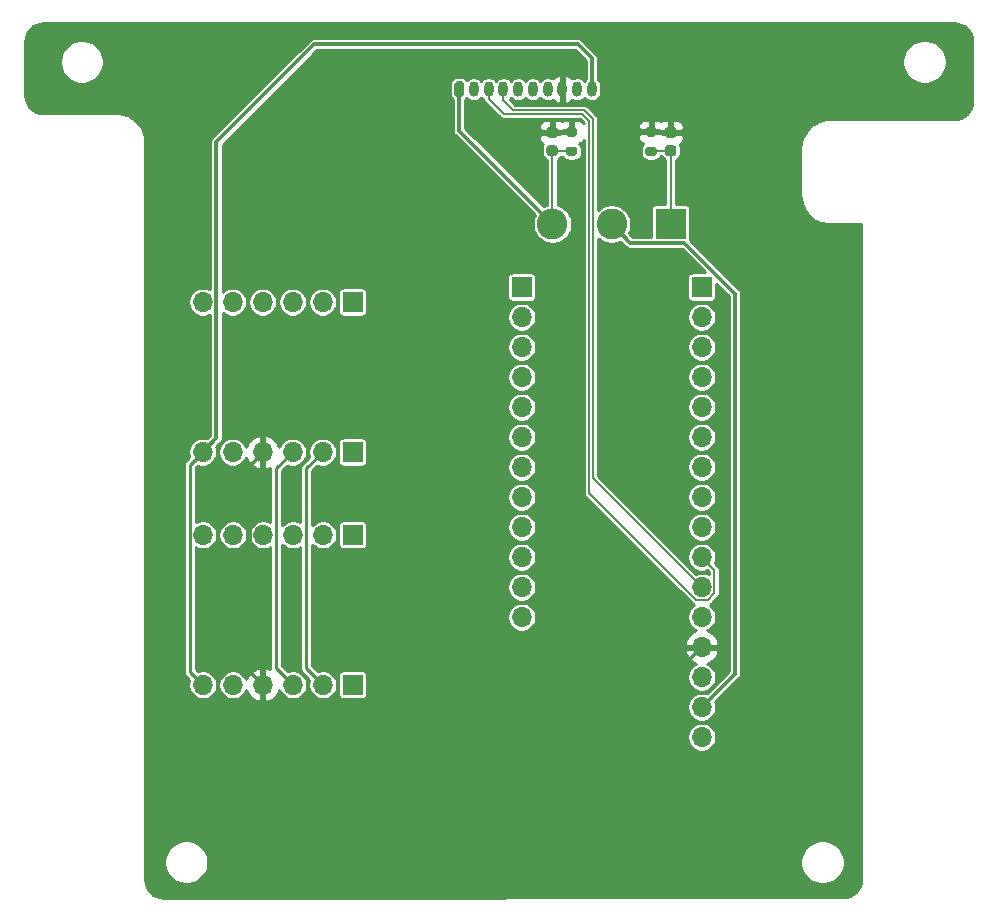
<source format=gbr>
%TF.GenerationSoftware,KiCad,Pcbnew,(5.1.10)-1*%
%TF.CreationDate,2023-09-20T19:37:08-05:00*%
%TF.ProjectId,brs_flight_computer,6272735f-666c-4696-9768-745f636f6d70,A*%
%TF.SameCoordinates,Original*%
%TF.FileFunction,Copper,L1,Top*%
%TF.FilePolarity,Positive*%
%FSLAX46Y46*%
G04 Gerber Fmt 4.6, Leading zero omitted, Abs format (unit mm)*
G04 Created by KiCad (PCBNEW (5.1.10)-1) date 2023-09-20 19:37:08*
%MOMM*%
%LPD*%
G01*
G04 APERTURE LIST*
%TA.AperFunction,ComponentPad*%
%ADD10C,2.600000*%
%TD*%
%TA.AperFunction,ComponentPad*%
%ADD11R,2.600000X2.600000*%
%TD*%
%TA.AperFunction,ComponentPad*%
%ADD12O,1.700000X1.700000*%
%TD*%
%TA.AperFunction,ComponentPad*%
%ADD13R,1.700000X1.700000*%
%TD*%
%TA.AperFunction,ComponentPad*%
%ADD14O,0.800000X1.300000*%
%TD*%
%TA.AperFunction,ViaPad*%
%ADD15C,0.508000*%
%TD*%
%TA.AperFunction,Conductor*%
%ADD16C,0.254000*%
%TD*%
%TA.AperFunction,Conductor*%
%ADD17C,0.304800*%
%TD*%
%TA.AperFunction,Conductor*%
%ADD18C,0.152400*%
%TD*%
%TA.AperFunction,Conductor*%
%ADD19C,0.100000*%
%TD*%
G04 APERTURE END LIST*
%TO.P,R2,2*%
%TO.N,GND*%
%TA.AperFunction,SMDPad,CuDef*%
G36*
G01*
X162835000Y-81236000D02*
X162285000Y-81236000D01*
G75*
G02*
X162085000Y-81036000I0J200000D01*
G01*
X162085000Y-80636000D01*
G75*
G02*
X162285000Y-80436000I200000J0D01*
G01*
X162835000Y-80436000D01*
G75*
G02*
X163035000Y-80636000I0J-200000D01*
G01*
X163035000Y-81036000D01*
G75*
G02*
X162835000Y-81236000I-200000J0D01*
G01*
G37*
%TD.AperFunction*%
%TO.P,R2,1*%
%TO.N,/NO_V*%
%TA.AperFunction,SMDPad,CuDef*%
G36*
G01*
X162835000Y-82886000D02*
X162285000Y-82886000D01*
G75*
G02*
X162085000Y-82686000I0J200000D01*
G01*
X162085000Y-82286000D01*
G75*
G02*
X162285000Y-82086000I200000J0D01*
G01*
X162835000Y-82086000D01*
G75*
G02*
X163035000Y-82286000I0J-200000D01*
G01*
X163035000Y-82686000D01*
G75*
G02*
X162835000Y-82886000I-200000J0D01*
G01*
G37*
%TD.AperFunction*%
%TD*%
%TO.P,R1,2*%
%TO.N,GND*%
%TA.AperFunction,SMDPad,CuDef*%
G36*
G01*
X156104000Y-81236000D02*
X155554000Y-81236000D01*
G75*
G02*
X155354000Y-81036000I0J200000D01*
G01*
X155354000Y-80636000D01*
G75*
G02*
X155554000Y-80436000I200000J0D01*
G01*
X156104000Y-80436000D01*
G75*
G02*
X156304000Y-80636000I0J-200000D01*
G01*
X156304000Y-81036000D01*
G75*
G02*
X156104000Y-81236000I-200000J0D01*
G01*
G37*
%TD.AperFunction*%
%TO.P,R1,1*%
%TO.N,/NC_V*%
%TA.AperFunction,SMDPad,CuDef*%
G36*
G01*
X156104000Y-82886000D02*
X155554000Y-82886000D01*
G75*
G02*
X155354000Y-82686000I0J200000D01*
G01*
X155354000Y-82286000D01*
G75*
G02*
X155554000Y-82086000I200000J0D01*
G01*
X156104000Y-82086000D01*
G75*
G02*
X156304000Y-82286000I0J-200000D01*
G01*
X156304000Y-82686000D01*
G75*
G02*
X156104000Y-82886000I-200000J0D01*
G01*
G37*
%TD.AperFunction*%
%TD*%
%TO.P,C2,2*%
%TO.N,GND*%
%TA.AperFunction,SMDPad,CuDef*%
G36*
G01*
X164461000Y-81336000D02*
X163961000Y-81336000D01*
G75*
G02*
X163736000Y-81111000I0J225000D01*
G01*
X163736000Y-80661000D01*
G75*
G02*
X163961000Y-80436000I225000J0D01*
G01*
X164461000Y-80436000D01*
G75*
G02*
X164686000Y-80661000I0J-225000D01*
G01*
X164686000Y-81111000D01*
G75*
G02*
X164461000Y-81336000I-225000J0D01*
G01*
G37*
%TD.AperFunction*%
%TO.P,C2,1*%
%TO.N,/NO_V*%
%TA.AperFunction,SMDPad,CuDef*%
G36*
G01*
X164461000Y-82886000D02*
X163961000Y-82886000D01*
G75*
G02*
X163736000Y-82661000I0J225000D01*
G01*
X163736000Y-82211000D01*
G75*
G02*
X163961000Y-81986000I225000J0D01*
G01*
X164461000Y-81986000D01*
G75*
G02*
X164686000Y-82211000I0J-225000D01*
G01*
X164686000Y-82661000D01*
G75*
G02*
X164461000Y-82886000I-225000J0D01*
G01*
G37*
%TD.AperFunction*%
%TD*%
%TO.P,C1,2*%
%TO.N,GND*%
%TA.AperFunction,SMDPad,CuDef*%
G36*
G01*
X154428000Y-81336000D02*
X153928000Y-81336000D01*
G75*
G02*
X153703000Y-81111000I0J225000D01*
G01*
X153703000Y-80661000D01*
G75*
G02*
X153928000Y-80436000I225000J0D01*
G01*
X154428000Y-80436000D01*
G75*
G02*
X154653000Y-80661000I0J-225000D01*
G01*
X154653000Y-81111000D01*
G75*
G02*
X154428000Y-81336000I-225000J0D01*
G01*
G37*
%TD.AperFunction*%
%TO.P,C1,1*%
%TO.N,/NC_V*%
%TA.AperFunction,SMDPad,CuDef*%
G36*
G01*
X154428000Y-82886000D02*
X153928000Y-82886000D01*
G75*
G02*
X153703000Y-82661000I0J225000D01*
G01*
X153703000Y-82211000D01*
G75*
G02*
X153928000Y-81986000I225000J0D01*
G01*
X154428000Y-81986000D01*
G75*
G02*
X154653000Y-82211000I0J-225000D01*
G01*
X154653000Y-82661000D01*
G75*
G02*
X154428000Y-82886000I-225000J0D01*
G01*
G37*
%TD.AperFunction*%
%TD*%
D10*
%TO.P,J5,3*%
%TO.N,/NC_V*%
X154211000Y-88646000D03*
%TO.P,J5,2*%
%TO.N,VPP*%
X159211000Y-88646000D03*
D11*
%TO.P,J5,1*%
%TO.N,/NO_V*%
X164211000Y-88646000D03*
%TD*%
D12*
%TO.P,J8,6*%
%TO.N,Net-(J8-Pad6)*%
X124612400Y-114960400D03*
%TO.P,J8,5*%
%TO.N,Net-(J8-Pad5)*%
X127152400Y-114960400D03*
%TO.P,J8,4*%
%TO.N,Net-(J8-Pad4)*%
X129692400Y-114960400D03*
%TO.P,J8,3*%
%TO.N,Net-(J8-Pad3)*%
X132232400Y-114960400D03*
%TO.P,J8,2*%
%TO.N,Net-(J8-Pad2)*%
X134772400Y-114960400D03*
D13*
%TO.P,J8,1*%
%TO.N,Net-(J8-Pad1)*%
X137312400Y-114960400D03*
%TD*%
D12*
%TO.P,J7,6*%
%TO.N,VDDF*%
X124612400Y-127660400D03*
%TO.P,J7,5*%
%TO.N,Net-(J7-Pad5)*%
X127152400Y-127660400D03*
%TO.P,J7,4*%
%TO.N,GND*%
X129692400Y-127660400D03*
%TO.P,J7,3*%
%TO.N,/SCL*%
X132232400Y-127660400D03*
%TO.P,J7,2*%
%TO.N,/SDA*%
X134772400Y-127660400D03*
D13*
%TO.P,J7,1*%
%TO.N,Net-(J7-Pad1)*%
X137312400Y-127660400D03*
%TD*%
D12*
%TO.P,J6,12*%
%TO.N,Net-(J6-Pad12)*%
X151609000Y-121920000D03*
%TO.P,J6,11*%
%TO.N,Net-(J6-Pad11)*%
X151609000Y-119380000D03*
%TO.P,J6,10*%
%TO.N,Net-(J6-Pad10)*%
X151609000Y-116840000D03*
%TO.P,J6,9*%
%TO.N,Net-(J6-Pad9)*%
X151609000Y-114300000D03*
%TO.P,J6,8*%
%TO.N,Net-(J6-Pad8)*%
X151609000Y-111760000D03*
%TO.P,J6,7*%
%TO.N,Net-(J6-Pad7)*%
X151609000Y-109220000D03*
%TO.P,J6,6*%
%TO.N,Net-(J6-Pad6)*%
X151609000Y-106680000D03*
%TO.P,J6,5*%
%TO.N,Net-(J6-Pad5)*%
X151609000Y-104140000D03*
%TO.P,J6,4*%
%TO.N,Net-(J6-Pad4)*%
X151609000Y-101600000D03*
%TO.P,J6,3*%
%TO.N,Net-(J6-Pad3)*%
X151609000Y-99060000D03*
%TO.P,J6,2*%
%TO.N,Net-(J6-Pad2)*%
X151609000Y-96520000D03*
D13*
%TO.P,J6,1*%
%TO.N,Net-(J6-Pad1)*%
X151609000Y-93980000D03*
%TD*%
D12*
%TO.P,J4,16*%
%TO.N,Net-(J4-Pad16)*%
X166849000Y-132080000D03*
%TO.P,J4,15*%
%TO.N,VPP*%
X166849000Y-129540000D03*
%TO.P,J4,14*%
%TO.N,Net-(J4-Pad14)*%
X166849000Y-127000000D03*
%TO.P,J4,13*%
%TO.N,GND*%
X166849000Y-124460000D03*
%TO.P,J4,12*%
%TO.N,Net-(J4-Pad12)*%
X166849000Y-121920000D03*
%TO.P,J4,11*%
%TO.N,/SET*%
X166849000Y-119380000D03*
%TO.P,J4,10*%
%TO.N,/UNSET*%
X166849000Y-116840000D03*
%TO.P,J4,9*%
%TO.N,Net-(J4-Pad9)*%
X166849000Y-114300000D03*
%TO.P,J4,8*%
%TO.N,Net-(J4-Pad8)*%
X166849000Y-111760000D03*
%TO.P,J4,7*%
%TO.N,Net-(J4-Pad7)*%
X166849000Y-109220000D03*
%TO.P,J4,6*%
%TO.N,Net-(J4-Pad6)*%
X166849000Y-106680000D03*
%TO.P,J4,5*%
%TO.N,Net-(J4-Pad5)*%
X166849000Y-104140000D03*
%TO.P,J4,4*%
%TO.N,Net-(J4-Pad4)*%
X166849000Y-101600000D03*
%TO.P,J4,3*%
%TO.N,Net-(J4-Pad3)*%
X166849000Y-99060000D03*
%TO.P,J4,2*%
%TO.N,Net-(J4-Pad2)*%
X166849000Y-96520000D03*
D13*
%TO.P,J4,1*%
%TO.N,Net-(J4-Pad1)*%
X166849000Y-93980000D03*
%TD*%
D14*
%TO.P,J3,10*%
%TO.N,VDDF*%
X157554000Y-77216000D03*
%TO.P,J3,9*%
%TO.N,VPP*%
X156304000Y-77216000D03*
%TO.P,J3,8*%
%TO.N,GND*%
X155054000Y-77216000D03*
%TO.P,J3,7*%
%TO.N,/SCL*%
X153804000Y-77216000D03*
%TO.P,J3,6*%
%TO.N,/SDA*%
X152554000Y-77216000D03*
%TO.P,J3,5*%
%TO.N,/MAG_INT*%
X151304000Y-77216000D03*
%TO.P,J3,4*%
%TO.N,/SET*%
X150054000Y-77216000D03*
%TO.P,J3,3*%
%TO.N,/UNSET*%
X148804000Y-77216000D03*
%TO.P,J3,2*%
%TO.N,/NO_V*%
X147554000Y-77216000D03*
%TO.P,J3,1*%
%TO.N,/NC_V*%
%TA.AperFunction,ComponentPad*%
G36*
G01*
X145904000Y-77666000D02*
X145904000Y-76766000D01*
G75*
G02*
X146104000Y-76566000I200000J0D01*
G01*
X146504000Y-76566000D01*
G75*
G02*
X146704000Y-76766000I0J-200000D01*
G01*
X146704000Y-77666000D01*
G75*
G02*
X146504000Y-77866000I-200000J0D01*
G01*
X146104000Y-77866000D01*
G75*
G02*
X145904000Y-77666000I0J200000D01*
G01*
G37*
%TD.AperFunction*%
%TD*%
D12*
%TO.P,J2,6*%
%TO.N,Net-(J2-Pad6)*%
X124587000Y-95250000D03*
%TO.P,J2,5*%
%TO.N,Net-(J2-Pad5)*%
X127127000Y-95250000D03*
%TO.P,J2,4*%
%TO.N,Net-(J2-Pad4)*%
X129667000Y-95250000D03*
%TO.P,J2,3*%
%TO.N,Net-(J2-Pad3)*%
X132207000Y-95250000D03*
%TO.P,J2,2*%
%TO.N,Net-(J2-Pad2)*%
X134747000Y-95250000D03*
D13*
%TO.P,J2,1*%
%TO.N,Net-(J2-Pad1)*%
X137287000Y-95250000D03*
%TD*%
D12*
%TO.P,J1,6*%
%TO.N,VDDF*%
X124587000Y-107950000D03*
%TO.P,J1,5*%
%TO.N,Net-(J1-Pad5)*%
X127127000Y-107950000D03*
%TO.P,J1,4*%
%TO.N,GND*%
X129667000Y-107950000D03*
%TO.P,J1,3*%
%TO.N,/SCL*%
X132207000Y-107950000D03*
%TO.P,J1,2*%
%TO.N,/SDA*%
X134747000Y-107950000D03*
D13*
%TO.P,J1,1*%
%TO.N,/MAG_INT*%
X137287000Y-107950000D03*
%TD*%
D15*
%TO.N,GND*%
X149352000Y-80518000D03*
%TD*%
D16*
%TO.N,GND*%
X128562999Y-126530999D02*
X129692400Y-127660400D01*
X128562999Y-109054001D02*
X128562999Y-126530999D01*
X129667000Y-107950000D02*
X128562999Y-109054001D01*
D17*
X129692400Y-127660400D02*
X129692400Y-130073400D01*
X129692400Y-130073400D02*
X131318000Y-131699000D01*
X159610000Y-131699000D02*
X166849000Y-124460000D01*
X131318000Y-131699000D02*
X159610000Y-131699000D01*
D16*
%TO.N,VDDF*%
X123482999Y-126530999D02*
X124612400Y-127660400D01*
X123482999Y-109054001D02*
X123482999Y-126530999D01*
X124587000Y-107950000D02*
X123482999Y-109054001D01*
D17*
X157554000Y-77216000D02*
X157554000Y-74623000D01*
X157554000Y-74623000D02*
X156337000Y-73406000D01*
X156337000Y-73406000D02*
X134048500Y-73406000D01*
X125741801Y-81712699D02*
X125741801Y-106795199D01*
X125741801Y-106795199D02*
X124587000Y-107950000D01*
X134048500Y-73406000D02*
X125741801Y-81712699D01*
%TO.N,VPP*%
X169672000Y-94554358D02*
X165368443Y-90250801D01*
X166849000Y-129540000D02*
X169672000Y-126717000D01*
X165368443Y-90250801D02*
X160815801Y-90250801D01*
X169672000Y-126717000D02*
X169672000Y-94554358D01*
X160815801Y-90250801D02*
X159211000Y-88646000D01*
D16*
%TO.N,/SCL*%
X130821801Y-126249801D02*
X132232400Y-127660400D01*
X130821801Y-109335199D02*
X130821801Y-126249801D01*
X132207000Y-107950000D02*
X130821801Y-109335199D01*
%TO.N,/SDA*%
X133361801Y-126249801D02*
X134772400Y-127660400D01*
X133361801Y-109335199D02*
X133361801Y-126249801D01*
X134747000Y-107950000D02*
X133361801Y-109335199D01*
D17*
%TO.N,/NC_V*%
X146304000Y-80739000D02*
X154211000Y-88646000D01*
X146304000Y-77216000D02*
X146304000Y-80739000D01*
D18*
X154228000Y-82486000D02*
X154178000Y-82436000D01*
X155829000Y-82486000D02*
X154228000Y-82486000D01*
X154211000Y-82469000D02*
X154178000Y-82436000D01*
X154211000Y-88646000D02*
X154211000Y-82469000D01*
%TO.N,/NO_V*%
X162610000Y-82436000D02*
X162560000Y-82486000D01*
X164211000Y-82436000D02*
X162610000Y-82436000D01*
X164211000Y-82436000D02*
X164211000Y-88646000D01*
%TO.N,/UNSET*%
X148804000Y-78018400D02*
X150084410Y-79298810D01*
X148804000Y-77216000D02*
X148804000Y-78018400D01*
X150084410Y-79298810D02*
X156718744Y-79298810D01*
X156718744Y-79298810D02*
X157302190Y-79882256D01*
X167927601Y-117918601D02*
X166849000Y-116840000D01*
X167366729Y-120458601D02*
X167927601Y-119897729D01*
X166331271Y-120458601D02*
X167366729Y-120458601D01*
X157302190Y-111429520D02*
X166331271Y-120458601D01*
X167927601Y-119897729D02*
X167927601Y-117918601D01*
X157302190Y-79882256D02*
X157302190Y-111429520D01*
%TO.N,/SET*%
X150054000Y-77216000D02*
X150054000Y-78172000D01*
X150054000Y-78172000D02*
X150876000Y-78994000D01*
X150876000Y-78994000D02*
X156845000Y-78994000D01*
X156845000Y-78994000D02*
X157607000Y-79756000D01*
X157607000Y-110138000D02*
X166849000Y-119380000D01*
X157607000Y-79756000D02*
X157607000Y-110138000D01*
%TD*%
D16*
%TO.N,GND*%
X188508592Y-71682156D02*
X188791971Y-71767713D01*
X189053325Y-71906678D01*
X189282715Y-72093764D01*
X189471396Y-72321841D01*
X189612183Y-72582222D01*
X189699715Y-72864990D01*
X189733000Y-73181675D01*
X189733001Y-78208468D01*
X189701808Y-78526592D01*
X189616253Y-78809967D01*
X189477287Y-79071324D01*
X189290202Y-79300713D01*
X189062124Y-79489396D01*
X188801744Y-79630183D01*
X188518974Y-79717715D01*
X188202288Y-79751000D01*
X177661574Y-79751000D01*
X177640091Y-79753116D01*
X177627642Y-79753029D01*
X177620958Y-79753684D01*
X177232765Y-79794485D01*
X177190065Y-79803251D01*
X177147238Y-79811420D01*
X177140808Y-79813361D01*
X176767934Y-79928785D01*
X176727733Y-79945684D01*
X176687324Y-79962010D01*
X176681394Y-79965163D01*
X176338039Y-80150814D01*
X176301902Y-80175189D01*
X176265417Y-80199064D01*
X176260212Y-80203309D01*
X175959457Y-80452116D01*
X175928738Y-80483050D01*
X175897592Y-80513551D01*
X175893311Y-80518726D01*
X175646610Y-80821211D01*
X175622479Y-80857531D01*
X175597855Y-80893493D01*
X175594660Y-80899401D01*
X175411411Y-81244043D01*
X175394819Y-81284299D01*
X175377623Y-81324420D01*
X175375637Y-81330835D01*
X175262819Y-81704507D01*
X175254354Y-81747261D01*
X175245288Y-81789914D01*
X175244586Y-81796593D01*
X175206496Y-82185062D01*
X175204200Y-82208375D01*
X175204201Y-86216299D01*
X175205330Y-86227757D01*
X175213932Y-86407118D01*
X175218528Y-86438447D01*
X175221119Y-86470010D01*
X175222365Y-86476610D01*
X175297457Y-86859650D01*
X175309971Y-86901383D01*
X175321915Y-86943338D01*
X175324420Y-86949570D01*
X175472480Y-87310729D01*
X175492864Y-87349241D01*
X175512729Y-87388073D01*
X175516395Y-87393699D01*
X175731786Y-87719222D01*
X175759269Y-87753049D01*
X175786290Y-87787274D01*
X175790980Y-87792082D01*
X176065497Y-88069570D01*
X176099000Y-88097392D01*
X176132181Y-88125740D01*
X176137716Y-88129545D01*
X176460901Y-88348427D01*
X176499240Y-88369250D01*
X176537227Y-88390575D01*
X176543390Y-88393230D01*
X176543394Y-88393232D01*
X176543398Y-88393233D01*
X176902941Y-88545171D01*
X176944553Y-88558138D01*
X176985997Y-88571691D01*
X176992564Y-88573100D01*
X177353528Y-88647907D01*
X177378091Y-88655358D01*
X177448757Y-88662318D01*
X180367000Y-88662318D01*
X180367001Y-144077810D01*
X180335808Y-144395934D01*
X180250253Y-144679309D01*
X180111287Y-144940666D01*
X179924202Y-145170055D01*
X179696124Y-145358738D01*
X179435744Y-145499525D01*
X179152974Y-145587057D01*
X178836188Y-145620353D01*
X121271043Y-145670580D01*
X120953137Y-145639408D01*
X120669762Y-145553853D01*
X120408405Y-145414887D01*
X120179016Y-145227802D01*
X119990333Y-144999724D01*
X119849546Y-144739344D01*
X119762014Y-144456574D01*
X119728742Y-144140015D01*
X119730656Y-142486083D01*
X121347033Y-142486083D01*
X121347033Y-142853843D01*
X121418780Y-143214537D01*
X121559516Y-143554303D01*
X121763832Y-143860085D01*
X122023878Y-144120131D01*
X122329660Y-144324447D01*
X122669426Y-144465183D01*
X123030120Y-144536930D01*
X123397880Y-144536930D01*
X123758574Y-144465183D01*
X124098340Y-144324447D01*
X124404122Y-144120131D01*
X124664168Y-143860085D01*
X124868484Y-143554303D01*
X125009220Y-143214537D01*
X125080967Y-142853843D01*
X125080967Y-142486083D01*
X175207733Y-142486083D01*
X175207733Y-142853843D01*
X175279480Y-143214537D01*
X175420216Y-143554303D01*
X175624532Y-143860085D01*
X175884578Y-144120131D01*
X176190360Y-144324447D01*
X176530126Y-144465183D01*
X176890820Y-144536930D01*
X177258580Y-144536930D01*
X177619274Y-144465183D01*
X177959040Y-144324447D01*
X178264822Y-144120131D01*
X178524868Y-143860085D01*
X178729184Y-143554303D01*
X178869920Y-143214537D01*
X178941667Y-142853843D01*
X178941667Y-142486083D01*
X178869920Y-142125389D01*
X178729184Y-141785623D01*
X178524868Y-141479841D01*
X178264822Y-141219795D01*
X177959040Y-141015479D01*
X177619274Y-140874743D01*
X177258580Y-140802996D01*
X176890820Y-140802996D01*
X176530126Y-140874743D01*
X176190360Y-141015479D01*
X175884578Y-141219795D01*
X175624532Y-141479841D01*
X175420216Y-141785623D01*
X175279480Y-142125389D01*
X175207733Y-142486083D01*
X125080967Y-142486083D01*
X125009220Y-142125389D01*
X124868484Y-141785623D01*
X124664168Y-141479841D01*
X124404122Y-141219795D01*
X124098340Y-141015479D01*
X123758574Y-140874743D01*
X123397880Y-140802996D01*
X123030120Y-140802996D01*
X122669426Y-140874743D01*
X122329660Y-141015479D01*
X122023878Y-141219795D01*
X121763832Y-141479841D01*
X121559516Y-141785623D01*
X121418780Y-142125389D01*
X121347033Y-142486083D01*
X119730656Y-142486083D01*
X119733973Y-139621468D01*
X119734000Y-139621190D01*
X119734000Y-139597821D01*
X119734027Y-139574495D01*
X119734000Y-139574218D01*
X119734000Y-131958757D01*
X165618000Y-131958757D01*
X165618000Y-132201243D01*
X165665307Y-132439069D01*
X165758102Y-132663097D01*
X165892820Y-132864717D01*
X166064283Y-133036180D01*
X166265903Y-133170898D01*
X166489931Y-133263693D01*
X166727757Y-133311000D01*
X166970243Y-133311000D01*
X167208069Y-133263693D01*
X167432097Y-133170898D01*
X167633717Y-133036180D01*
X167805180Y-132864717D01*
X167939898Y-132663097D01*
X168032693Y-132439069D01*
X168080000Y-132201243D01*
X168080000Y-131958757D01*
X168032693Y-131720931D01*
X167939898Y-131496903D01*
X167805180Y-131295283D01*
X167633717Y-131123820D01*
X167432097Y-130989102D01*
X167208069Y-130896307D01*
X166970243Y-130849000D01*
X166727757Y-130849000D01*
X166489931Y-130896307D01*
X166265903Y-130989102D01*
X166064283Y-131123820D01*
X165892820Y-131295283D01*
X165758102Y-131496903D01*
X165665307Y-131720931D01*
X165618000Y-131958757D01*
X119734000Y-131958757D01*
X119734000Y-109054001D01*
X122972542Y-109054001D01*
X122974999Y-109078945D01*
X122975000Y-126506045D01*
X122972542Y-126530999D01*
X122982351Y-126630583D01*
X123011399Y-126726342D01*
X123058570Y-126814594D01*
X123106149Y-126872569D01*
X123122052Y-126891947D01*
X123141429Y-126907849D01*
X123459813Y-127226234D01*
X123428707Y-127301331D01*
X123381400Y-127539157D01*
X123381400Y-127781643D01*
X123428707Y-128019469D01*
X123521502Y-128243497D01*
X123656220Y-128445117D01*
X123827683Y-128616580D01*
X124029303Y-128751298D01*
X124253331Y-128844093D01*
X124491157Y-128891400D01*
X124733643Y-128891400D01*
X124971469Y-128844093D01*
X125195497Y-128751298D01*
X125397117Y-128616580D01*
X125568580Y-128445117D01*
X125703298Y-128243497D01*
X125796093Y-128019469D01*
X125843400Y-127781643D01*
X125843400Y-127539157D01*
X125921400Y-127539157D01*
X125921400Y-127781643D01*
X125968707Y-128019469D01*
X126061502Y-128243497D01*
X126196220Y-128445117D01*
X126367683Y-128616580D01*
X126569303Y-128751298D01*
X126793331Y-128844093D01*
X127031157Y-128891400D01*
X127273643Y-128891400D01*
X127511469Y-128844093D01*
X127735497Y-128751298D01*
X127937117Y-128616580D01*
X128108580Y-128445117D01*
X128243298Y-128243497D01*
X128290628Y-128129232D01*
X128348243Y-128291652D01*
X128497222Y-128541755D01*
X128692131Y-128757988D01*
X128925480Y-128932041D01*
X129188301Y-129057225D01*
X129335510Y-129101876D01*
X129565400Y-128980555D01*
X129565400Y-127787400D01*
X129545400Y-127787400D01*
X129545400Y-127533400D01*
X129565400Y-127533400D01*
X129565400Y-126340245D01*
X129335510Y-126218924D01*
X129188301Y-126263575D01*
X128925480Y-126388759D01*
X128692131Y-126562812D01*
X128497222Y-126779045D01*
X128348243Y-127029148D01*
X128290628Y-127191568D01*
X128243298Y-127077303D01*
X128108580Y-126875683D01*
X127937117Y-126704220D01*
X127735497Y-126569502D01*
X127511469Y-126476707D01*
X127273643Y-126429400D01*
X127031157Y-126429400D01*
X126793331Y-126476707D01*
X126569303Y-126569502D01*
X126367683Y-126704220D01*
X126196220Y-126875683D01*
X126061502Y-127077303D01*
X125968707Y-127301331D01*
X125921400Y-127539157D01*
X125843400Y-127539157D01*
X125796093Y-127301331D01*
X125703298Y-127077303D01*
X125568580Y-126875683D01*
X125397117Y-126704220D01*
X125195497Y-126569502D01*
X124971469Y-126476707D01*
X124733643Y-126429400D01*
X124491157Y-126429400D01*
X124253331Y-126476707D01*
X124178234Y-126507813D01*
X123990999Y-126320579D01*
X123990999Y-116025704D01*
X124029303Y-116051298D01*
X124253331Y-116144093D01*
X124491157Y-116191400D01*
X124733643Y-116191400D01*
X124971469Y-116144093D01*
X125195497Y-116051298D01*
X125397117Y-115916580D01*
X125568580Y-115745117D01*
X125703298Y-115543497D01*
X125796093Y-115319469D01*
X125843400Y-115081643D01*
X125843400Y-114839157D01*
X125921400Y-114839157D01*
X125921400Y-115081643D01*
X125968707Y-115319469D01*
X126061502Y-115543497D01*
X126196220Y-115745117D01*
X126367683Y-115916580D01*
X126569303Y-116051298D01*
X126793331Y-116144093D01*
X127031157Y-116191400D01*
X127273643Y-116191400D01*
X127511469Y-116144093D01*
X127735497Y-116051298D01*
X127937117Y-115916580D01*
X128108580Y-115745117D01*
X128243298Y-115543497D01*
X128336093Y-115319469D01*
X128383400Y-115081643D01*
X128383400Y-114839157D01*
X128461400Y-114839157D01*
X128461400Y-115081643D01*
X128508707Y-115319469D01*
X128601502Y-115543497D01*
X128736220Y-115745117D01*
X128907683Y-115916580D01*
X129109303Y-116051298D01*
X129333331Y-116144093D01*
X129571157Y-116191400D01*
X129813643Y-116191400D01*
X130051469Y-116144093D01*
X130275497Y-116051298D01*
X130313801Y-116025704D01*
X130313802Y-126224847D01*
X130311344Y-126249801D01*
X130318421Y-126321647D01*
X130196499Y-126263575D01*
X130049290Y-126218924D01*
X129819400Y-126340245D01*
X129819400Y-127533400D01*
X129839400Y-127533400D01*
X129839400Y-127787400D01*
X129819400Y-127787400D01*
X129819400Y-128980555D01*
X130049290Y-129101876D01*
X130196499Y-129057225D01*
X130459320Y-128932041D01*
X130692669Y-128757988D01*
X130887578Y-128541755D01*
X131036557Y-128291652D01*
X131094172Y-128129232D01*
X131141502Y-128243497D01*
X131276220Y-128445117D01*
X131447683Y-128616580D01*
X131649303Y-128751298D01*
X131873331Y-128844093D01*
X132111157Y-128891400D01*
X132353643Y-128891400D01*
X132591469Y-128844093D01*
X132815497Y-128751298D01*
X133017117Y-128616580D01*
X133188580Y-128445117D01*
X133323298Y-128243497D01*
X133416093Y-128019469D01*
X133463400Y-127781643D01*
X133463400Y-127539157D01*
X133416093Y-127301331D01*
X133323298Y-127077303D01*
X133188580Y-126875683D01*
X133017117Y-126704220D01*
X132815497Y-126569502D01*
X132591469Y-126476707D01*
X132353643Y-126429400D01*
X132111157Y-126429400D01*
X131873331Y-126476707D01*
X131798234Y-126507813D01*
X131329801Y-126039381D01*
X131329801Y-115798698D01*
X131447683Y-115916580D01*
X131649303Y-116051298D01*
X131873331Y-116144093D01*
X132111157Y-116191400D01*
X132353643Y-116191400D01*
X132591469Y-116144093D01*
X132815497Y-116051298D01*
X132853801Y-116025704D01*
X132853802Y-126224847D01*
X132851344Y-126249801D01*
X132861153Y-126349385D01*
X132890201Y-126445144D01*
X132937372Y-126533396D01*
X132967004Y-126569502D01*
X133000854Y-126610749D01*
X133020231Y-126626651D01*
X133619813Y-127226234D01*
X133588707Y-127301331D01*
X133541400Y-127539157D01*
X133541400Y-127781643D01*
X133588707Y-128019469D01*
X133681502Y-128243497D01*
X133816220Y-128445117D01*
X133987683Y-128616580D01*
X134189303Y-128751298D01*
X134413331Y-128844093D01*
X134651157Y-128891400D01*
X134893643Y-128891400D01*
X135131469Y-128844093D01*
X135355497Y-128751298D01*
X135557117Y-128616580D01*
X135728580Y-128445117D01*
X135863298Y-128243497D01*
X135956093Y-128019469D01*
X136003400Y-127781643D01*
X136003400Y-127539157D01*
X135956093Y-127301331D01*
X135863298Y-127077303D01*
X135728580Y-126875683D01*
X135663297Y-126810400D01*
X136079557Y-126810400D01*
X136079557Y-128510400D01*
X136086913Y-128585089D01*
X136108699Y-128656908D01*
X136144078Y-128723096D01*
X136191689Y-128781111D01*
X136249704Y-128828722D01*
X136315892Y-128864101D01*
X136387711Y-128885887D01*
X136462400Y-128893243D01*
X138162400Y-128893243D01*
X138237089Y-128885887D01*
X138308908Y-128864101D01*
X138375096Y-128828722D01*
X138433111Y-128781111D01*
X138480722Y-128723096D01*
X138516101Y-128656908D01*
X138537887Y-128585089D01*
X138545243Y-128510400D01*
X138545243Y-126810400D01*
X138537887Y-126735711D01*
X138516101Y-126663892D01*
X138480722Y-126597704D01*
X138433111Y-126539689D01*
X138375096Y-126492078D01*
X138308908Y-126456699D01*
X138237089Y-126434913D01*
X138162400Y-126427557D01*
X136462400Y-126427557D01*
X136387711Y-126434913D01*
X136315892Y-126456699D01*
X136249704Y-126492078D01*
X136191689Y-126539689D01*
X136144078Y-126597704D01*
X136108699Y-126663892D01*
X136086913Y-126735711D01*
X136079557Y-126810400D01*
X135663297Y-126810400D01*
X135557117Y-126704220D01*
X135355497Y-126569502D01*
X135131469Y-126476707D01*
X134893643Y-126429400D01*
X134651157Y-126429400D01*
X134413331Y-126476707D01*
X134338234Y-126507813D01*
X133869801Y-126039381D01*
X133869801Y-124816890D01*
X165407524Y-124816890D01*
X165452175Y-124964099D01*
X165577359Y-125226920D01*
X165751412Y-125460269D01*
X165967645Y-125655178D01*
X166217748Y-125804157D01*
X166380168Y-125861772D01*
X166265903Y-125909102D01*
X166064283Y-126043820D01*
X165892820Y-126215283D01*
X165758102Y-126416903D01*
X165665307Y-126640931D01*
X165618000Y-126878757D01*
X165618000Y-127121243D01*
X165665307Y-127359069D01*
X165758102Y-127583097D01*
X165892820Y-127784717D01*
X166064283Y-127956180D01*
X166265903Y-128090898D01*
X166489931Y-128183693D01*
X166727757Y-128231000D01*
X166970243Y-128231000D01*
X167208069Y-128183693D01*
X167432097Y-128090898D01*
X167633717Y-127956180D01*
X167805180Y-127784717D01*
X167939898Y-127583097D01*
X168032693Y-127359069D01*
X168080000Y-127121243D01*
X168080000Y-126878757D01*
X168032693Y-126640931D01*
X167939898Y-126416903D01*
X167805180Y-126215283D01*
X167633717Y-126043820D01*
X167432097Y-125909102D01*
X167317832Y-125861772D01*
X167480252Y-125804157D01*
X167730355Y-125655178D01*
X167946588Y-125460269D01*
X168120641Y-125226920D01*
X168245825Y-124964099D01*
X168290476Y-124816890D01*
X168169155Y-124587000D01*
X166976000Y-124587000D01*
X166976000Y-124607000D01*
X166722000Y-124607000D01*
X166722000Y-124587000D01*
X165528845Y-124587000D01*
X165407524Y-124816890D01*
X133869801Y-124816890D01*
X133869801Y-121798757D01*
X150378000Y-121798757D01*
X150378000Y-122041243D01*
X150425307Y-122279069D01*
X150518102Y-122503097D01*
X150652820Y-122704717D01*
X150824283Y-122876180D01*
X151025903Y-123010898D01*
X151249931Y-123103693D01*
X151487757Y-123151000D01*
X151730243Y-123151000D01*
X151968069Y-123103693D01*
X152192097Y-123010898D01*
X152393717Y-122876180D01*
X152565180Y-122704717D01*
X152699898Y-122503097D01*
X152792693Y-122279069D01*
X152840000Y-122041243D01*
X152840000Y-121798757D01*
X152792693Y-121560931D01*
X152699898Y-121336903D01*
X152565180Y-121135283D01*
X152393717Y-120963820D01*
X152192097Y-120829102D01*
X151968069Y-120736307D01*
X151730243Y-120689000D01*
X151487757Y-120689000D01*
X151249931Y-120736307D01*
X151025903Y-120829102D01*
X150824283Y-120963820D01*
X150652820Y-121135283D01*
X150518102Y-121336903D01*
X150425307Y-121560931D01*
X150378000Y-121798757D01*
X133869801Y-121798757D01*
X133869801Y-119258757D01*
X150378000Y-119258757D01*
X150378000Y-119501243D01*
X150425307Y-119739069D01*
X150518102Y-119963097D01*
X150652820Y-120164717D01*
X150824283Y-120336180D01*
X151025903Y-120470898D01*
X151249931Y-120563693D01*
X151487757Y-120611000D01*
X151730243Y-120611000D01*
X151968069Y-120563693D01*
X152192097Y-120470898D01*
X152393717Y-120336180D01*
X152565180Y-120164717D01*
X152699898Y-119963097D01*
X152792693Y-119739069D01*
X152840000Y-119501243D01*
X152840000Y-119258757D01*
X152792693Y-119020931D01*
X152699898Y-118796903D01*
X152565180Y-118595283D01*
X152393717Y-118423820D01*
X152192097Y-118289102D01*
X151968069Y-118196307D01*
X151730243Y-118149000D01*
X151487757Y-118149000D01*
X151249931Y-118196307D01*
X151025903Y-118289102D01*
X150824283Y-118423820D01*
X150652820Y-118595283D01*
X150518102Y-118796903D01*
X150425307Y-119020931D01*
X150378000Y-119258757D01*
X133869801Y-119258757D01*
X133869801Y-116718757D01*
X150378000Y-116718757D01*
X150378000Y-116961243D01*
X150425307Y-117199069D01*
X150518102Y-117423097D01*
X150652820Y-117624717D01*
X150824283Y-117796180D01*
X151025903Y-117930898D01*
X151249931Y-118023693D01*
X151487757Y-118071000D01*
X151730243Y-118071000D01*
X151968069Y-118023693D01*
X152192097Y-117930898D01*
X152393717Y-117796180D01*
X152565180Y-117624717D01*
X152699898Y-117423097D01*
X152792693Y-117199069D01*
X152840000Y-116961243D01*
X152840000Y-116718757D01*
X152792693Y-116480931D01*
X152699898Y-116256903D01*
X152565180Y-116055283D01*
X152393717Y-115883820D01*
X152192097Y-115749102D01*
X151968069Y-115656307D01*
X151730243Y-115609000D01*
X151487757Y-115609000D01*
X151249931Y-115656307D01*
X151025903Y-115749102D01*
X150824283Y-115883820D01*
X150652820Y-116055283D01*
X150518102Y-116256903D01*
X150425307Y-116480931D01*
X150378000Y-116718757D01*
X133869801Y-116718757D01*
X133869801Y-115798698D01*
X133987683Y-115916580D01*
X134189303Y-116051298D01*
X134413331Y-116144093D01*
X134651157Y-116191400D01*
X134893643Y-116191400D01*
X135131469Y-116144093D01*
X135355497Y-116051298D01*
X135557117Y-115916580D01*
X135728580Y-115745117D01*
X135863298Y-115543497D01*
X135956093Y-115319469D01*
X136003400Y-115081643D01*
X136003400Y-114839157D01*
X135956093Y-114601331D01*
X135863298Y-114377303D01*
X135728580Y-114175683D01*
X135663297Y-114110400D01*
X136079557Y-114110400D01*
X136079557Y-115810400D01*
X136086913Y-115885089D01*
X136108699Y-115956908D01*
X136144078Y-116023096D01*
X136191689Y-116081111D01*
X136249704Y-116128722D01*
X136315892Y-116164101D01*
X136387711Y-116185887D01*
X136462400Y-116193243D01*
X138162400Y-116193243D01*
X138237089Y-116185887D01*
X138308908Y-116164101D01*
X138375096Y-116128722D01*
X138433111Y-116081111D01*
X138480722Y-116023096D01*
X138516101Y-115956908D01*
X138537887Y-115885089D01*
X138545243Y-115810400D01*
X138545243Y-114178757D01*
X150378000Y-114178757D01*
X150378000Y-114421243D01*
X150425307Y-114659069D01*
X150518102Y-114883097D01*
X150652820Y-115084717D01*
X150824283Y-115256180D01*
X151025903Y-115390898D01*
X151249931Y-115483693D01*
X151487757Y-115531000D01*
X151730243Y-115531000D01*
X151968069Y-115483693D01*
X152192097Y-115390898D01*
X152393717Y-115256180D01*
X152565180Y-115084717D01*
X152699898Y-114883097D01*
X152792693Y-114659069D01*
X152840000Y-114421243D01*
X152840000Y-114178757D01*
X152792693Y-113940931D01*
X152699898Y-113716903D01*
X152565180Y-113515283D01*
X152393717Y-113343820D01*
X152192097Y-113209102D01*
X151968069Y-113116307D01*
X151730243Y-113069000D01*
X151487757Y-113069000D01*
X151249931Y-113116307D01*
X151025903Y-113209102D01*
X150824283Y-113343820D01*
X150652820Y-113515283D01*
X150518102Y-113716903D01*
X150425307Y-113940931D01*
X150378000Y-114178757D01*
X138545243Y-114178757D01*
X138545243Y-114110400D01*
X138537887Y-114035711D01*
X138516101Y-113963892D01*
X138480722Y-113897704D01*
X138433111Y-113839689D01*
X138375096Y-113792078D01*
X138308908Y-113756699D01*
X138237089Y-113734913D01*
X138162400Y-113727557D01*
X136462400Y-113727557D01*
X136387711Y-113734913D01*
X136315892Y-113756699D01*
X136249704Y-113792078D01*
X136191689Y-113839689D01*
X136144078Y-113897704D01*
X136108699Y-113963892D01*
X136086913Y-114035711D01*
X136079557Y-114110400D01*
X135663297Y-114110400D01*
X135557117Y-114004220D01*
X135355497Y-113869502D01*
X135131469Y-113776707D01*
X134893643Y-113729400D01*
X134651157Y-113729400D01*
X134413331Y-113776707D01*
X134189303Y-113869502D01*
X133987683Y-114004220D01*
X133869801Y-114122102D01*
X133869801Y-111638757D01*
X150378000Y-111638757D01*
X150378000Y-111881243D01*
X150425307Y-112119069D01*
X150518102Y-112343097D01*
X150652820Y-112544717D01*
X150824283Y-112716180D01*
X151025903Y-112850898D01*
X151249931Y-112943693D01*
X151487757Y-112991000D01*
X151730243Y-112991000D01*
X151968069Y-112943693D01*
X152192097Y-112850898D01*
X152393717Y-112716180D01*
X152565180Y-112544717D01*
X152699898Y-112343097D01*
X152792693Y-112119069D01*
X152840000Y-111881243D01*
X152840000Y-111638757D01*
X152792693Y-111400931D01*
X152699898Y-111176903D01*
X152565180Y-110975283D01*
X152393717Y-110803820D01*
X152192097Y-110669102D01*
X151968069Y-110576307D01*
X151730243Y-110529000D01*
X151487757Y-110529000D01*
X151249931Y-110576307D01*
X151025903Y-110669102D01*
X150824283Y-110803820D01*
X150652820Y-110975283D01*
X150518102Y-111176903D01*
X150425307Y-111400931D01*
X150378000Y-111638757D01*
X133869801Y-111638757D01*
X133869801Y-109545619D01*
X134312834Y-109102587D01*
X134387931Y-109133693D01*
X134625757Y-109181000D01*
X134868243Y-109181000D01*
X135106069Y-109133693D01*
X135330097Y-109040898D01*
X135531717Y-108906180D01*
X135703180Y-108734717D01*
X135837898Y-108533097D01*
X135930693Y-108309069D01*
X135978000Y-108071243D01*
X135978000Y-107828757D01*
X135930693Y-107590931D01*
X135837898Y-107366903D01*
X135703180Y-107165283D01*
X135637897Y-107100000D01*
X136054157Y-107100000D01*
X136054157Y-108800000D01*
X136061513Y-108874689D01*
X136083299Y-108946508D01*
X136118678Y-109012696D01*
X136166289Y-109070711D01*
X136224304Y-109118322D01*
X136290492Y-109153701D01*
X136362311Y-109175487D01*
X136437000Y-109182843D01*
X138137000Y-109182843D01*
X138211689Y-109175487D01*
X138283508Y-109153701D01*
X138349696Y-109118322D01*
X138373536Y-109098757D01*
X150378000Y-109098757D01*
X150378000Y-109341243D01*
X150425307Y-109579069D01*
X150518102Y-109803097D01*
X150652820Y-110004717D01*
X150824283Y-110176180D01*
X151025903Y-110310898D01*
X151249931Y-110403693D01*
X151487757Y-110451000D01*
X151730243Y-110451000D01*
X151968069Y-110403693D01*
X152192097Y-110310898D01*
X152393717Y-110176180D01*
X152565180Y-110004717D01*
X152699898Y-109803097D01*
X152792693Y-109579069D01*
X152840000Y-109341243D01*
X152840000Y-109098757D01*
X152792693Y-108860931D01*
X152699898Y-108636903D01*
X152565180Y-108435283D01*
X152393717Y-108263820D01*
X152192097Y-108129102D01*
X151968069Y-108036307D01*
X151730243Y-107989000D01*
X151487757Y-107989000D01*
X151249931Y-108036307D01*
X151025903Y-108129102D01*
X150824283Y-108263820D01*
X150652820Y-108435283D01*
X150518102Y-108636903D01*
X150425307Y-108860931D01*
X150378000Y-109098757D01*
X138373536Y-109098757D01*
X138407711Y-109070711D01*
X138455322Y-109012696D01*
X138490701Y-108946508D01*
X138512487Y-108874689D01*
X138519843Y-108800000D01*
X138519843Y-107100000D01*
X138512487Y-107025311D01*
X138490701Y-106953492D01*
X138455322Y-106887304D01*
X138407711Y-106829289D01*
X138349696Y-106781678D01*
X138283508Y-106746299D01*
X138211689Y-106724513D01*
X138137000Y-106717157D01*
X136437000Y-106717157D01*
X136362311Y-106724513D01*
X136290492Y-106746299D01*
X136224304Y-106781678D01*
X136166289Y-106829289D01*
X136118678Y-106887304D01*
X136083299Y-106953492D01*
X136061513Y-107025311D01*
X136054157Y-107100000D01*
X135637897Y-107100000D01*
X135531717Y-106993820D01*
X135330097Y-106859102D01*
X135106069Y-106766307D01*
X134868243Y-106719000D01*
X134625757Y-106719000D01*
X134387931Y-106766307D01*
X134163903Y-106859102D01*
X133962283Y-106993820D01*
X133790820Y-107165283D01*
X133656102Y-107366903D01*
X133563307Y-107590931D01*
X133516000Y-107828757D01*
X133516000Y-108071243D01*
X133563307Y-108309069D01*
X133594413Y-108384166D01*
X133020236Y-108958344D01*
X133000853Y-108974251D01*
X132937372Y-109051604D01*
X132890200Y-109139857D01*
X132861152Y-109235615D01*
X132853801Y-109310252D01*
X132851344Y-109335199D01*
X132853801Y-109360143D01*
X132853801Y-113895096D01*
X132815497Y-113869502D01*
X132591469Y-113776707D01*
X132353643Y-113729400D01*
X132111157Y-113729400D01*
X131873331Y-113776707D01*
X131649303Y-113869502D01*
X131447683Y-114004220D01*
X131329801Y-114122102D01*
X131329801Y-109545619D01*
X131772834Y-109102587D01*
X131847931Y-109133693D01*
X132085757Y-109181000D01*
X132328243Y-109181000D01*
X132566069Y-109133693D01*
X132790097Y-109040898D01*
X132991717Y-108906180D01*
X133163180Y-108734717D01*
X133297898Y-108533097D01*
X133390693Y-108309069D01*
X133438000Y-108071243D01*
X133438000Y-107828757D01*
X133390693Y-107590931D01*
X133297898Y-107366903D01*
X133163180Y-107165283D01*
X132991717Y-106993820D01*
X132790097Y-106859102D01*
X132566069Y-106766307D01*
X132328243Y-106719000D01*
X132085757Y-106719000D01*
X131847931Y-106766307D01*
X131623903Y-106859102D01*
X131422283Y-106993820D01*
X131250820Y-107165283D01*
X131116102Y-107366903D01*
X131068772Y-107481168D01*
X131011157Y-107318748D01*
X130862178Y-107068645D01*
X130667269Y-106852412D01*
X130433920Y-106678359D01*
X130182819Y-106558757D01*
X150378000Y-106558757D01*
X150378000Y-106801243D01*
X150425307Y-107039069D01*
X150518102Y-107263097D01*
X150652820Y-107464717D01*
X150824283Y-107636180D01*
X151025903Y-107770898D01*
X151249931Y-107863693D01*
X151487757Y-107911000D01*
X151730243Y-107911000D01*
X151968069Y-107863693D01*
X152192097Y-107770898D01*
X152393717Y-107636180D01*
X152565180Y-107464717D01*
X152699898Y-107263097D01*
X152792693Y-107039069D01*
X152840000Y-106801243D01*
X152840000Y-106558757D01*
X152792693Y-106320931D01*
X152699898Y-106096903D01*
X152565180Y-105895283D01*
X152393717Y-105723820D01*
X152192097Y-105589102D01*
X151968069Y-105496307D01*
X151730243Y-105449000D01*
X151487757Y-105449000D01*
X151249931Y-105496307D01*
X151025903Y-105589102D01*
X150824283Y-105723820D01*
X150652820Y-105895283D01*
X150518102Y-106096903D01*
X150425307Y-106320931D01*
X150378000Y-106558757D01*
X130182819Y-106558757D01*
X130171099Y-106553175D01*
X130023890Y-106508524D01*
X129794000Y-106629845D01*
X129794000Y-107823000D01*
X129814000Y-107823000D01*
X129814000Y-108077000D01*
X129794000Y-108077000D01*
X129794000Y-109270155D01*
X130023890Y-109391476D01*
X130171099Y-109346825D01*
X130317046Y-109277309D01*
X130313801Y-109310252D01*
X130311344Y-109335199D01*
X130313801Y-109360143D01*
X130313801Y-113895096D01*
X130275497Y-113869502D01*
X130051469Y-113776707D01*
X129813643Y-113729400D01*
X129571157Y-113729400D01*
X129333331Y-113776707D01*
X129109303Y-113869502D01*
X128907683Y-114004220D01*
X128736220Y-114175683D01*
X128601502Y-114377303D01*
X128508707Y-114601331D01*
X128461400Y-114839157D01*
X128383400Y-114839157D01*
X128336093Y-114601331D01*
X128243298Y-114377303D01*
X128108580Y-114175683D01*
X127937117Y-114004220D01*
X127735497Y-113869502D01*
X127511469Y-113776707D01*
X127273643Y-113729400D01*
X127031157Y-113729400D01*
X126793331Y-113776707D01*
X126569303Y-113869502D01*
X126367683Y-114004220D01*
X126196220Y-114175683D01*
X126061502Y-114377303D01*
X125968707Y-114601331D01*
X125921400Y-114839157D01*
X125843400Y-114839157D01*
X125796093Y-114601331D01*
X125703298Y-114377303D01*
X125568580Y-114175683D01*
X125397117Y-114004220D01*
X125195497Y-113869502D01*
X124971469Y-113776707D01*
X124733643Y-113729400D01*
X124491157Y-113729400D01*
X124253331Y-113776707D01*
X124029303Y-113869502D01*
X123990999Y-113895096D01*
X123990999Y-109264421D01*
X124152834Y-109102587D01*
X124227931Y-109133693D01*
X124465757Y-109181000D01*
X124708243Y-109181000D01*
X124946069Y-109133693D01*
X125170097Y-109040898D01*
X125371717Y-108906180D01*
X125543180Y-108734717D01*
X125677898Y-108533097D01*
X125770693Y-108309069D01*
X125818000Y-108071243D01*
X125818000Y-107828757D01*
X125896000Y-107828757D01*
X125896000Y-108071243D01*
X125943307Y-108309069D01*
X126036102Y-108533097D01*
X126170820Y-108734717D01*
X126342283Y-108906180D01*
X126543903Y-109040898D01*
X126767931Y-109133693D01*
X127005757Y-109181000D01*
X127248243Y-109181000D01*
X127486069Y-109133693D01*
X127710097Y-109040898D01*
X127911717Y-108906180D01*
X128083180Y-108734717D01*
X128217898Y-108533097D01*
X128265228Y-108418832D01*
X128322843Y-108581252D01*
X128471822Y-108831355D01*
X128666731Y-109047588D01*
X128900080Y-109221641D01*
X129162901Y-109346825D01*
X129310110Y-109391476D01*
X129540000Y-109270155D01*
X129540000Y-108077000D01*
X129520000Y-108077000D01*
X129520000Y-107823000D01*
X129540000Y-107823000D01*
X129540000Y-106629845D01*
X129310110Y-106508524D01*
X129162901Y-106553175D01*
X128900080Y-106678359D01*
X128666731Y-106852412D01*
X128471822Y-107068645D01*
X128322843Y-107318748D01*
X128265228Y-107481168D01*
X128217898Y-107366903D01*
X128083180Y-107165283D01*
X127911717Y-106993820D01*
X127710097Y-106859102D01*
X127486069Y-106766307D01*
X127248243Y-106719000D01*
X127005757Y-106719000D01*
X126767931Y-106766307D01*
X126543903Y-106859102D01*
X126342283Y-106993820D01*
X126170820Y-107165283D01*
X126036102Y-107366903D01*
X125943307Y-107590931D01*
X125896000Y-107828757D01*
X125818000Y-107828757D01*
X125770693Y-107590931D01*
X125750108Y-107541234D01*
X126100452Y-107190890D01*
X126120796Y-107174194D01*
X126187452Y-107092974D01*
X126236982Y-107000310D01*
X126267482Y-106899764D01*
X126275201Y-106821394D01*
X126275201Y-106821387D01*
X126277780Y-106795200D01*
X126275201Y-106769013D01*
X126275201Y-104018757D01*
X150378000Y-104018757D01*
X150378000Y-104261243D01*
X150425307Y-104499069D01*
X150518102Y-104723097D01*
X150652820Y-104924717D01*
X150824283Y-105096180D01*
X151025903Y-105230898D01*
X151249931Y-105323693D01*
X151487757Y-105371000D01*
X151730243Y-105371000D01*
X151968069Y-105323693D01*
X152192097Y-105230898D01*
X152393717Y-105096180D01*
X152565180Y-104924717D01*
X152699898Y-104723097D01*
X152792693Y-104499069D01*
X152840000Y-104261243D01*
X152840000Y-104018757D01*
X152792693Y-103780931D01*
X152699898Y-103556903D01*
X152565180Y-103355283D01*
X152393717Y-103183820D01*
X152192097Y-103049102D01*
X151968069Y-102956307D01*
X151730243Y-102909000D01*
X151487757Y-102909000D01*
X151249931Y-102956307D01*
X151025903Y-103049102D01*
X150824283Y-103183820D01*
X150652820Y-103355283D01*
X150518102Y-103556903D01*
X150425307Y-103780931D01*
X150378000Y-104018757D01*
X126275201Y-104018757D01*
X126275201Y-101478757D01*
X150378000Y-101478757D01*
X150378000Y-101721243D01*
X150425307Y-101959069D01*
X150518102Y-102183097D01*
X150652820Y-102384717D01*
X150824283Y-102556180D01*
X151025903Y-102690898D01*
X151249931Y-102783693D01*
X151487757Y-102831000D01*
X151730243Y-102831000D01*
X151968069Y-102783693D01*
X152192097Y-102690898D01*
X152393717Y-102556180D01*
X152565180Y-102384717D01*
X152699898Y-102183097D01*
X152792693Y-101959069D01*
X152840000Y-101721243D01*
X152840000Y-101478757D01*
X152792693Y-101240931D01*
X152699898Y-101016903D01*
X152565180Y-100815283D01*
X152393717Y-100643820D01*
X152192097Y-100509102D01*
X151968069Y-100416307D01*
X151730243Y-100369000D01*
X151487757Y-100369000D01*
X151249931Y-100416307D01*
X151025903Y-100509102D01*
X150824283Y-100643820D01*
X150652820Y-100815283D01*
X150518102Y-101016903D01*
X150425307Y-101240931D01*
X150378000Y-101478757D01*
X126275201Y-101478757D01*
X126275201Y-98938757D01*
X150378000Y-98938757D01*
X150378000Y-99181243D01*
X150425307Y-99419069D01*
X150518102Y-99643097D01*
X150652820Y-99844717D01*
X150824283Y-100016180D01*
X151025903Y-100150898D01*
X151249931Y-100243693D01*
X151487757Y-100291000D01*
X151730243Y-100291000D01*
X151968069Y-100243693D01*
X152192097Y-100150898D01*
X152393717Y-100016180D01*
X152565180Y-99844717D01*
X152699898Y-99643097D01*
X152792693Y-99419069D01*
X152840000Y-99181243D01*
X152840000Y-98938757D01*
X152792693Y-98700931D01*
X152699898Y-98476903D01*
X152565180Y-98275283D01*
X152393717Y-98103820D01*
X152192097Y-97969102D01*
X151968069Y-97876307D01*
X151730243Y-97829000D01*
X151487757Y-97829000D01*
X151249931Y-97876307D01*
X151025903Y-97969102D01*
X150824283Y-98103820D01*
X150652820Y-98275283D01*
X150518102Y-98476903D01*
X150425307Y-98700931D01*
X150378000Y-98938757D01*
X126275201Y-98938757D01*
X126275201Y-96139098D01*
X126342283Y-96206180D01*
X126543903Y-96340898D01*
X126767931Y-96433693D01*
X127005757Y-96481000D01*
X127248243Y-96481000D01*
X127486069Y-96433693D01*
X127710097Y-96340898D01*
X127911717Y-96206180D01*
X128083180Y-96034717D01*
X128217898Y-95833097D01*
X128310693Y-95609069D01*
X128358000Y-95371243D01*
X128358000Y-95128757D01*
X128436000Y-95128757D01*
X128436000Y-95371243D01*
X128483307Y-95609069D01*
X128576102Y-95833097D01*
X128710820Y-96034717D01*
X128882283Y-96206180D01*
X129083903Y-96340898D01*
X129307931Y-96433693D01*
X129545757Y-96481000D01*
X129788243Y-96481000D01*
X130026069Y-96433693D01*
X130250097Y-96340898D01*
X130451717Y-96206180D01*
X130623180Y-96034717D01*
X130757898Y-95833097D01*
X130850693Y-95609069D01*
X130898000Y-95371243D01*
X130898000Y-95128757D01*
X130976000Y-95128757D01*
X130976000Y-95371243D01*
X131023307Y-95609069D01*
X131116102Y-95833097D01*
X131250820Y-96034717D01*
X131422283Y-96206180D01*
X131623903Y-96340898D01*
X131847931Y-96433693D01*
X132085757Y-96481000D01*
X132328243Y-96481000D01*
X132566069Y-96433693D01*
X132790097Y-96340898D01*
X132991717Y-96206180D01*
X133163180Y-96034717D01*
X133297898Y-95833097D01*
X133390693Y-95609069D01*
X133438000Y-95371243D01*
X133438000Y-95128757D01*
X133516000Y-95128757D01*
X133516000Y-95371243D01*
X133563307Y-95609069D01*
X133656102Y-95833097D01*
X133790820Y-96034717D01*
X133962283Y-96206180D01*
X134163903Y-96340898D01*
X134387931Y-96433693D01*
X134625757Y-96481000D01*
X134868243Y-96481000D01*
X135106069Y-96433693D01*
X135330097Y-96340898D01*
X135531717Y-96206180D01*
X135703180Y-96034717D01*
X135837898Y-95833097D01*
X135930693Y-95609069D01*
X135978000Y-95371243D01*
X135978000Y-95128757D01*
X135930693Y-94890931D01*
X135837898Y-94666903D01*
X135703180Y-94465283D01*
X135637897Y-94400000D01*
X136054157Y-94400000D01*
X136054157Y-96100000D01*
X136061513Y-96174689D01*
X136083299Y-96246508D01*
X136118678Y-96312696D01*
X136166289Y-96370711D01*
X136224304Y-96418322D01*
X136290492Y-96453701D01*
X136362311Y-96475487D01*
X136437000Y-96482843D01*
X138137000Y-96482843D01*
X138211689Y-96475487D01*
X138283508Y-96453701D01*
X138349696Y-96418322D01*
X138373536Y-96398757D01*
X150378000Y-96398757D01*
X150378000Y-96641243D01*
X150425307Y-96879069D01*
X150518102Y-97103097D01*
X150652820Y-97304717D01*
X150824283Y-97476180D01*
X151025903Y-97610898D01*
X151249931Y-97703693D01*
X151487757Y-97751000D01*
X151730243Y-97751000D01*
X151968069Y-97703693D01*
X152192097Y-97610898D01*
X152393717Y-97476180D01*
X152565180Y-97304717D01*
X152699898Y-97103097D01*
X152792693Y-96879069D01*
X152840000Y-96641243D01*
X152840000Y-96398757D01*
X152792693Y-96160931D01*
X152699898Y-95936903D01*
X152565180Y-95735283D01*
X152393717Y-95563820D01*
X152192097Y-95429102D01*
X151968069Y-95336307D01*
X151730243Y-95289000D01*
X151487757Y-95289000D01*
X151249931Y-95336307D01*
X151025903Y-95429102D01*
X150824283Y-95563820D01*
X150652820Y-95735283D01*
X150518102Y-95936903D01*
X150425307Y-96160931D01*
X150378000Y-96398757D01*
X138373536Y-96398757D01*
X138407711Y-96370711D01*
X138455322Y-96312696D01*
X138490701Y-96246508D01*
X138512487Y-96174689D01*
X138519843Y-96100000D01*
X138519843Y-94400000D01*
X138512487Y-94325311D01*
X138490701Y-94253492D01*
X138455322Y-94187304D01*
X138407711Y-94129289D01*
X138349696Y-94081678D01*
X138283508Y-94046299D01*
X138211689Y-94024513D01*
X138137000Y-94017157D01*
X136437000Y-94017157D01*
X136362311Y-94024513D01*
X136290492Y-94046299D01*
X136224304Y-94081678D01*
X136166289Y-94129289D01*
X136118678Y-94187304D01*
X136083299Y-94253492D01*
X136061513Y-94325311D01*
X136054157Y-94400000D01*
X135637897Y-94400000D01*
X135531717Y-94293820D01*
X135330097Y-94159102D01*
X135106069Y-94066307D01*
X134868243Y-94019000D01*
X134625757Y-94019000D01*
X134387931Y-94066307D01*
X134163903Y-94159102D01*
X133962283Y-94293820D01*
X133790820Y-94465283D01*
X133656102Y-94666903D01*
X133563307Y-94890931D01*
X133516000Y-95128757D01*
X133438000Y-95128757D01*
X133390693Y-94890931D01*
X133297898Y-94666903D01*
X133163180Y-94465283D01*
X132991717Y-94293820D01*
X132790097Y-94159102D01*
X132566069Y-94066307D01*
X132328243Y-94019000D01*
X132085757Y-94019000D01*
X131847931Y-94066307D01*
X131623903Y-94159102D01*
X131422283Y-94293820D01*
X131250820Y-94465283D01*
X131116102Y-94666903D01*
X131023307Y-94890931D01*
X130976000Y-95128757D01*
X130898000Y-95128757D01*
X130850693Y-94890931D01*
X130757898Y-94666903D01*
X130623180Y-94465283D01*
X130451717Y-94293820D01*
X130250097Y-94159102D01*
X130026069Y-94066307D01*
X129788243Y-94019000D01*
X129545757Y-94019000D01*
X129307931Y-94066307D01*
X129083903Y-94159102D01*
X128882283Y-94293820D01*
X128710820Y-94465283D01*
X128576102Y-94666903D01*
X128483307Y-94890931D01*
X128436000Y-95128757D01*
X128358000Y-95128757D01*
X128310693Y-94890931D01*
X128217898Y-94666903D01*
X128083180Y-94465283D01*
X127911717Y-94293820D01*
X127710097Y-94159102D01*
X127486069Y-94066307D01*
X127248243Y-94019000D01*
X127005757Y-94019000D01*
X126767931Y-94066307D01*
X126543903Y-94159102D01*
X126342283Y-94293820D01*
X126275201Y-94360902D01*
X126275201Y-93130000D01*
X150376157Y-93130000D01*
X150376157Y-94830000D01*
X150383513Y-94904689D01*
X150405299Y-94976508D01*
X150440678Y-95042696D01*
X150488289Y-95100711D01*
X150546304Y-95148322D01*
X150612492Y-95183701D01*
X150684311Y-95205487D01*
X150759000Y-95212843D01*
X152459000Y-95212843D01*
X152533689Y-95205487D01*
X152605508Y-95183701D01*
X152671696Y-95148322D01*
X152729711Y-95100711D01*
X152777322Y-95042696D01*
X152812701Y-94976508D01*
X152834487Y-94904689D01*
X152841843Y-94830000D01*
X152841843Y-93130000D01*
X152834487Y-93055311D01*
X152812701Y-92983492D01*
X152777322Y-92917304D01*
X152729711Y-92859289D01*
X152671696Y-92811678D01*
X152605508Y-92776299D01*
X152533689Y-92754513D01*
X152459000Y-92747157D01*
X150759000Y-92747157D01*
X150684311Y-92754513D01*
X150612492Y-92776299D01*
X150546304Y-92811678D01*
X150488289Y-92859289D01*
X150440678Y-92917304D01*
X150405299Y-92983492D01*
X150383513Y-93055311D01*
X150376157Y-93130000D01*
X126275201Y-93130000D01*
X126275201Y-81933640D01*
X131442841Y-76766000D01*
X145521157Y-76766000D01*
X145521157Y-77666000D01*
X145532356Y-77779707D01*
X145565523Y-77889044D01*
X145619384Y-77989810D01*
X145691868Y-78078132D01*
X145770600Y-78142746D01*
X145770601Y-80712803D01*
X145768021Y-80739000D01*
X145778319Y-80843564D01*
X145808819Y-80944110D01*
X145834147Y-80991495D01*
X145858350Y-81036775D01*
X145885674Y-81070069D01*
X145908307Y-81097648D01*
X145908310Y-81097651D01*
X145925006Y-81117995D01*
X145945350Y-81134691D01*
X152703477Y-87892818D01*
X152594600Y-88155670D01*
X152530000Y-88480436D01*
X152530000Y-88811564D01*
X152594600Y-89136330D01*
X152721317Y-89442252D01*
X152905282Y-89717575D01*
X153139425Y-89951718D01*
X153414748Y-90135683D01*
X153720670Y-90262400D01*
X154045436Y-90327000D01*
X154376564Y-90327000D01*
X154701330Y-90262400D01*
X155007252Y-90135683D01*
X155282575Y-89951718D01*
X155516718Y-89717575D01*
X155700683Y-89442252D01*
X155827400Y-89136330D01*
X155892000Y-88811564D01*
X155892000Y-88480436D01*
X155827400Y-88155670D01*
X155700683Y-87849748D01*
X155516718Y-87574425D01*
X155282575Y-87340282D01*
X155007252Y-87156317D01*
X154701330Y-87029600D01*
X154668200Y-87023010D01*
X154668200Y-83218518D01*
X154765699Y-83166403D01*
X154857810Y-83090810D01*
X154933403Y-82998699D01*
X154963068Y-82943200D01*
X155033780Y-82943200D01*
X155069384Y-83009810D01*
X155141868Y-83098132D01*
X155230190Y-83170616D01*
X155330956Y-83224477D01*
X155440293Y-83257644D01*
X155554000Y-83268843D01*
X156104000Y-83268843D01*
X156217707Y-83257644D01*
X156327044Y-83224477D01*
X156427810Y-83170616D01*
X156516132Y-83098132D01*
X156588616Y-83009810D01*
X156642477Y-82909044D01*
X156675644Y-82799707D01*
X156686843Y-82686000D01*
X156686843Y-82286000D01*
X156675644Y-82172293D01*
X156642477Y-82062956D01*
X156588616Y-81962190D01*
X156516132Y-81873868D01*
X156481752Y-81845653D01*
X156548180Y-81825502D01*
X156658494Y-81766537D01*
X156755185Y-81687185D01*
X156834537Y-81590494D01*
X156844990Y-81570938D01*
X156844991Y-111407060D01*
X156842779Y-111429520D01*
X156844991Y-111451980D01*
X156851606Y-111519147D01*
X156877750Y-111605329D01*
X156920204Y-111684756D01*
X156977338Y-111754373D01*
X156994783Y-111768690D01*
X165992101Y-120766009D01*
X166006418Y-120783454D01*
X166076035Y-120840588D01*
X166155462Y-120883042D01*
X166175898Y-120889241D01*
X166064283Y-120963820D01*
X165892820Y-121135283D01*
X165758102Y-121336903D01*
X165665307Y-121560931D01*
X165618000Y-121798757D01*
X165618000Y-122041243D01*
X165665307Y-122279069D01*
X165758102Y-122503097D01*
X165892820Y-122704717D01*
X166064283Y-122876180D01*
X166265903Y-123010898D01*
X166380168Y-123058228D01*
X166217748Y-123115843D01*
X165967645Y-123264822D01*
X165751412Y-123459731D01*
X165577359Y-123693080D01*
X165452175Y-123955901D01*
X165407524Y-124103110D01*
X165528845Y-124333000D01*
X166722000Y-124333000D01*
X166722000Y-124313000D01*
X166976000Y-124313000D01*
X166976000Y-124333000D01*
X168169155Y-124333000D01*
X168290476Y-124103110D01*
X168245825Y-123955901D01*
X168120641Y-123693080D01*
X167946588Y-123459731D01*
X167730355Y-123264822D01*
X167480252Y-123115843D01*
X167317832Y-123058228D01*
X167432097Y-123010898D01*
X167633717Y-122876180D01*
X167805180Y-122704717D01*
X167939898Y-122503097D01*
X168032693Y-122279069D01*
X168080000Y-122041243D01*
X168080000Y-121798757D01*
X168032693Y-121560931D01*
X167939898Y-121336903D01*
X167805180Y-121135283D01*
X167633717Y-120963820D01*
X167522102Y-120889241D01*
X167542538Y-120883042D01*
X167621965Y-120840588D01*
X167691582Y-120783454D01*
X167705903Y-120766004D01*
X168235010Y-120236898D01*
X168252454Y-120222582D01*
X168309588Y-120152965D01*
X168352042Y-120073538D01*
X168378186Y-119987356D01*
X168384801Y-119920189D01*
X168384801Y-119920179D01*
X168387012Y-119897729D01*
X168384801Y-119875279D01*
X168384801Y-117941050D01*
X168387012Y-117918600D01*
X168384801Y-117896150D01*
X168384801Y-117896141D01*
X168378186Y-117828974D01*
X168352042Y-117742792D01*
X168309588Y-117663365D01*
X168252454Y-117593748D01*
X168235009Y-117579431D01*
X167980545Y-117324967D01*
X168032693Y-117199069D01*
X168080000Y-116961243D01*
X168080000Y-116718757D01*
X168032693Y-116480931D01*
X167939898Y-116256903D01*
X167805180Y-116055283D01*
X167633717Y-115883820D01*
X167432097Y-115749102D01*
X167208069Y-115656307D01*
X166970243Y-115609000D01*
X166727757Y-115609000D01*
X166489931Y-115656307D01*
X166265903Y-115749102D01*
X166064283Y-115883820D01*
X165892820Y-116055283D01*
X165758102Y-116256903D01*
X165665307Y-116480931D01*
X165618000Y-116718757D01*
X165618000Y-116961243D01*
X165665307Y-117199069D01*
X165758102Y-117423097D01*
X165892820Y-117624717D01*
X166064283Y-117796180D01*
X166265903Y-117930898D01*
X166489931Y-118023693D01*
X166727757Y-118071000D01*
X166970243Y-118071000D01*
X167208069Y-118023693D01*
X167333967Y-117971545D01*
X167470402Y-118107980D01*
X167470402Y-118314696D01*
X167432097Y-118289102D01*
X167208069Y-118196307D01*
X166970243Y-118149000D01*
X166727757Y-118149000D01*
X166489931Y-118196307D01*
X166364034Y-118248455D01*
X162294336Y-114178757D01*
X165618000Y-114178757D01*
X165618000Y-114421243D01*
X165665307Y-114659069D01*
X165758102Y-114883097D01*
X165892820Y-115084717D01*
X166064283Y-115256180D01*
X166265903Y-115390898D01*
X166489931Y-115483693D01*
X166727757Y-115531000D01*
X166970243Y-115531000D01*
X167208069Y-115483693D01*
X167432097Y-115390898D01*
X167633717Y-115256180D01*
X167805180Y-115084717D01*
X167939898Y-114883097D01*
X168032693Y-114659069D01*
X168080000Y-114421243D01*
X168080000Y-114178757D01*
X168032693Y-113940931D01*
X167939898Y-113716903D01*
X167805180Y-113515283D01*
X167633717Y-113343820D01*
X167432097Y-113209102D01*
X167208069Y-113116307D01*
X166970243Y-113069000D01*
X166727757Y-113069000D01*
X166489931Y-113116307D01*
X166265903Y-113209102D01*
X166064283Y-113343820D01*
X165892820Y-113515283D01*
X165758102Y-113716903D01*
X165665307Y-113940931D01*
X165618000Y-114178757D01*
X162294336Y-114178757D01*
X159754335Y-111638757D01*
X165618000Y-111638757D01*
X165618000Y-111881243D01*
X165665307Y-112119069D01*
X165758102Y-112343097D01*
X165892820Y-112544717D01*
X166064283Y-112716180D01*
X166265903Y-112850898D01*
X166489931Y-112943693D01*
X166727757Y-112991000D01*
X166970243Y-112991000D01*
X167208069Y-112943693D01*
X167432097Y-112850898D01*
X167633717Y-112716180D01*
X167805180Y-112544717D01*
X167939898Y-112343097D01*
X168032693Y-112119069D01*
X168080000Y-111881243D01*
X168080000Y-111638757D01*
X168032693Y-111400931D01*
X167939898Y-111176903D01*
X167805180Y-110975283D01*
X167633717Y-110803820D01*
X167432097Y-110669102D01*
X167208069Y-110576307D01*
X166970243Y-110529000D01*
X166727757Y-110529000D01*
X166489931Y-110576307D01*
X166265903Y-110669102D01*
X166064283Y-110803820D01*
X165892820Y-110975283D01*
X165758102Y-111176903D01*
X165665307Y-111400931D01*
X165618000Y-111638757D01*
X159754335Y-111638757D01*
X158064200Y-109948623D01*
X158064200Y-109098757D01*
X165618000Y-109098757D01*
X165618000Y-109341243D01*
X165665307Y-109579069D01*
X165758102Y-109803097D01*
X165892820Y-110004717D01*
X166064283Y-110176180D01*
X166265903Y-110310898D01*
X166489931Y-110403693D01*
X166727757Y-110451000D01*
X166970243Y-110451000D01*
X167208069Y-110403693D01*
X167432097Y-110310898D01*
X167633717Y-110176180D01*
X167805180Y-110004717D01*
X167939898Y-109803097D01*
X168032693Y-109579069D01*
X168080000Y-109341243D01*
X168080000Y-109098757D01*
X168032693Y-108860931D01*
X167939898Y-108636903D01*
X167805180Y-108435283D01*
X167633717Y-108263820D01*
X167432097Y-108129102D01*
X167208069Y-108036307D01*
X166970243Y-107989000D01*
X166727757Y-107989000D01*
X166489931Y-108036307D01*
X166265903Y-108129102D01*
X166064283Y-108263820D01*
X165892820Y-108435283D01*
X165758102Y-108636903D01*
X165665307Y-108860931D01*
X165618000Y-109098757D01*
X158064200Y-109098757D01*
X158064200Y-106558757D01*
X165618000Y-106558757D01*
X165618000Y-106801243D01*
X165665307Y-107039069D01*
X165758102Y-107263097D01*
X165892820Y-107464717D01*
X166064283Y-107636180D01*
X166265903Y-107770898D01*
X166489931Y-107863693D01*
X166727757Y-107911000D01*
X166970243Y-107911000D01*
X167208069Y-107863693D01*
X167432097Y-107770898D01*
X167633717Y-107636180D01*
X167805180Y-107464717D01*
X167939898Y-107263097D01*
X168032693Y-107039069D01*
X168080000Y-106801243D01*
X168080000Y-106558757D01*
X168032693Y-106320931D01*
X167939898Y-106096903D01*
X167805180Y-105895283D01*
X167633717Y-105723820D01*
X167432097Y-105589102D01*
X167208069Y-105496307D01*
X166970243Y-105449000D01*
X166727757Y-105449000D01*
X166489931Y-105496307D01*
X166265903Y-105589102D01*
X166064283Y-105723820D01*
X165892820Y-105895283D01*
X165758102Y-106096903D01*
X165665307Y-106320931D01*
X165618000Y-106558757D01*
X158064200Y-106558757D01*
X158064200Y-104018757D01*
X165618000Y-104018757D01*
X165618000Y-104261243D01*
X165665307Y-104499069D01*
X165758102Y-104723097D01*
X165892820Y-104924717D01*
X166064283Y-105096180D01*
X166265903Y-105230898D01*
X166489931Y-105323693D01*
X166727757Y-105371000D01*
X166970243Y-105371000D01*
X167208069Y-105323693D01*
X167432097Y-105230898D01*
X167633717Y-105096180D01*
X167805180Y-104924717D01*
X167939898Y-104723097D01*
X168032693Y-104499069D01*
X168080000Y-104261243D01*
X168080000Y-104018757D01*
X168032693Y-103780931D01*
X167939898Y-103556903D01*
X167805180Y-103355283D01*
X167633717Y-103183820D01*
X167432097Y-103049102D01*
X167208069Y-102956307D01*
X166970243Y-102909000D01*
X166727757Y-102909000D01*
X166489931Y-102956307D01*
X166265903Y-103049102D01*
X166064283Y-103183820D01*
X165892820Y-103355283D01*
X165758102Y-103556903D01*
X165665307Y-103780931D01*
X165618000Y-104018757D01*
X158064200Y-104018757D01*
X158064200Y-101478757D01*
X165618000Y-101478757D01*
X165618000Y-101721243D01*
X165665307Y-101959069D01*
X165758102Y-102183097D01*
X165892820Y-102384717D01*
X166064283Y-102556180D01*
X166265903Y-102690898D01*
X166489931Y-102783693D01*
X166727757Y-102831000D01*
X166970243Y-102831000D01*
X167208069Y-102783693D01*
X167432097Y-102690898D01*
X167633717Y-102556180D01*
X167805180Y-102384717D01*
X167939898Y-102183097D01*
X168032693Y-101959069D01*
X168080000Y-101721243D01*
X168080000Y-101478757D01*
X168032693Y-101240931D01*
X167939898Y-101016903D01*
X167805180Y-100815283D01*
X167633717Y-100643820D01*
X167432097Y-100509102D01*
X167208069Y-100416307D01*
X166970243Y-100369000D01*
X166727757Y-100369000D01*
X166489931Y-100416307D01*
X166265903Y-100509102D01*
X166064283Y-100643820D01*
X165892820Y-100815283D01*
X165758102Y-101016903D01*
X165665307Y-101240931D01*
X165618000Y-101478757D01*
X158064200Y-101478757D01*
X158064200Y-98938757D01*
X165618000Y-98938757D01*
X165618000Y-99181243D01*
X165665307Y-99419069D01*
X165758102Y-99643097D01*
X165892820Y-99844717D01*
X166064283Y-100016180D01*
X166265903Y-100150898D01*
X166489931Y-100243693D01*
X166727757Y-100291000D01*
X166970243Y-100291000D01*
X167208069Y-100243693D01*
X167432097Y-100150898D01*
X167633717Y-100016180D01*
X167805180Y-99844717D01*
X167939898Y-99643097D01*
X168032693Y-99419069D01*
X168080000Y-99181243D01*
X168080000Y-98938757D01*
X168032693Y-98700931D01*
X167939898Y-98476903D01*
X167805180Y-98275283D01*
X167633717Y-98103820D01*
X167432097Y-97969102D01*
X167208069Y-97876307D01*
X166970243Y-97829000D01*
X166727757Y-97829000D01*
X166489931Y-97876307D01*
X166265903Y-97969102D01*
X166064283Y-98103820D01*
X165892820Y-98275283D01*
X165758102Y-98476903D01*
X165665307Y-98700931D01*
X165618000Y-98938757D01*
X158064200Y-98938757D01*
X158064200Y-96398757D01*
X165618000Y-96398757D01*
X165618000Y-96641243D01*
X165665307Y-96879069D01*
X165758102Y-97103097D01*
X165892820Y-97304717D01*
X166064283Y-97476180D01*
X166265903Y-97610898D01*
X166489931Y-97703693D01*
X166727757Y-97751000D01*
X166970243Y-97751000D01*
X167208069Y-97703693D01*
X167432097Y-97610898D01*
X167633717Y-97476180D01*
X167805180Y-97304717D01*
X167939898Y-97103097D01*
X168032693Y-96879069D01*
X168080000Y-96641243D01*
X168080000Y-96398757D01*
X168032693Y-96160931D01*
X167939898Y-95936903D01*
X167805180Y-95735283D01*
X167633717Y-95563820D01*
X167432097Y-95429102D01*
X167208069Y-95336307D01*
X166970243Y-95289000D01*
X166727757Y-95289000D01*
X166489931Y-95336307D01*
X166265903Y-95429102D01*
X166064283Y-95563820D01*
X165892820Y-95735283D01*
X165758102Y-95936903D01*
X165665307Y-96160931D01*
X165618000Y-96398757D01*
X158064200Y-96398757D01*
X158064200Y-89876493D01*
X158139425Y-89951718D01*
X158414748Y-90135683D01*
X158720670Y-90262400D01*
X159045436Y-90327000D01*
X159376564Y-90327000D01*
X159701330Y-90262400D01*
X159964182Y-90153523D01*
X160420110Y-90609452D01*
X160436806Y-90629796D01*
X160518026Y-90696452D01*
X160610690Y-90745982D01*
X160711236Y-90776482D01*
X160789606Y-90784201D01*
X160789613Y-90784201D01*
X160815800Y-90786780D01*
X160841987Y-90784201D01*
X165147502Y-90784201D01*
X167110458Y-92747157D01*
X165999000Y-92747157D01*
X165924311Y-92754513D01*
X165852492Y-92776299D01*
X165786304Y-92811678D01*
X165728289Y-92859289D01*
X165680678Y-92917304D01*
X165645299Y-92983492D01*
X165623513Y-93055311D01*
X165616157Y-93130000D01*
X165616157Y-94830000D01*
X165623513Y-94904689D01*
X165645299Y-94976508D01*
X165680678Y-95042696D01*
X165728289Y-95100711D01*
X165786304Y-95148322D01*
X165852492Y-95183701D01*
X165924311Y-95205487D01*
X165999000Y-95212843D01*
X167699000Y-95212843D01*
X167773689Y-95205487D01*
X167845508Y-95183701D01*
X167911696Y-95148322D01*
X167969711Y-95100711D01*
X168017322Y-95042696D01*
X168052701Y-94976508D01*
X168074487Y-94904689D01*
X168081843Y-94830000D01*
X168081843Y-93718542D01*
X169138601Y-94775300D01*
X169138600Y-126496058D01*
X167257766Y-128376892D01*
X167208069Y-128356307D01*
X166970243Y-128309000D01*
X166727757Y-128309000D01*
X166489931Y-128356307D01*
X166265903Y-128449102D01*
X166064283Y-128583820D01*
X165892820Y-128755283D01*
X165758102Y-128956903D01*
X165665307Y-129180931D01*
X165618000Y-129418757D01*
X165618000Y-129661243D01*
X165665307Y-129899069D01*
X165758102Y-130123097D01*
X165892820Y-130324717D01*
X166064283Y-130496180D01*
X166265903Y-130630898D01*
X166489931Y-130723693D01*
X166727757Y-130771000D01*
X166970243Y-130771000D01*
X167208069Y-130723693D01*
X167432097Y-130630898D01*
X167633717Y-130496180D01*
X167805180Y-130324717D01*
X167939898Y-130123097D01*
X168032693Y-129899069D01*
X168080000Y-129661243D01*
X168080000Y-129418757D01*
X168032693Y-129180931D01*
X168012108Y-129131234D01*
X170030651Y-127112691D01*
X170050995Y-127095995D01*
X170117651Y-127014775D01*
X170167181Y-126922111D01*
X170197681Y-126821565D01*
X170205400Y-126743195D01*
X170205400Y-126743187D01*
X170207979Y-126717000D01*
X170205400Y-126690813D01*
X170205400Y-94580552D01*
X170207980Y-94554358D01*
X170197681Y-94449794D01*
X170182577Y-94400000D01*
X170167181Y-94349247D01*
X170117651Y-94256583D01*
X170050995Y-94175363D01*
X170030645Y-94158662D01*
X165887042Y-90015059D01*
X165893843Y-89946000D01*
X165893843Y-87346000D01*
X165886487Y-87271311D01*
X165864701Y-87199492D01*
X165829322Y-87133304D01*
X165781711Y-87075289D01*
X165723696Y-87027678D01*
X165657508Y-86992299D01*
X165585689Y-86970513D01*
X165511000Y-86963157D01*
X164668200Y-86963157D01*
X164668200Y-83230282D01*
X164693611Y-83222574D01*
X164798699Y-83166403D01*
X164890810Y-83090810D01*
X164966403Y-82998699D01*
X165022574Y-82893611D01*
X165057163Y-82779584D01*
X165068843Y-82661000D01*
X165068843Y-82211000D01*
X165057163Y-82092416D01*
X165022574Y-81978389D01*
X164980055Y-81898843D01*
X165040494Y-81866537D01*
X165137185Y-81787185D01*
X165216537Y-81690494D01*
X165275502Y-81580180D01*
X165311812Y-81460482D01*
X165324072Y-81336000D01*
X165321000Y-81171750D01*
X165162250Y-81013000D01*
X164338000Y-81013000D01*
X164338000Y-81033000D01*
X164084000Y-81033000D01*
X164084000Y-81013000D01*
X163561250Y-81013000D01*
X163511250Y-80963000D01*
X162687000Y-80963000D01*
X162687000Y-80983000D01*
X162433000Y-80983000D01*
X162433000Y-80963000D01*
X161608750Y-80963000D01*
X161450000Y-81121750D01*
X161446928Y-81236000D01*
X161459188Y-81360482D01*
X161495498Y-81480180D01*
X161554463Y-81590494D01*
X161633815Y-81687185D01*
X161730506Y-81766537D01*
X161840820Y-81825502D01*
X161907248Y-81845653D01*
X161872868Y-81873868D01*
X161800384Y-81962190D01*
X161746523Y-82062956D01*
X161713356Y-82172293D01*
X161702157Y-82286000D01*
X161702157Y-82686000D01*
X161713356Y-82799707D01*
X161746523Y-82909044D01*
X161800384Y-83009810D01*
X161872868Y-83098132D01*
X161961190Y-83170616D01*
X162061956Y-83224477D01*
X162171293Y-83257644D01*
X162285000Y-83268843D01*
X162835000Y-83268843D01*
X162948707Y-83257644D01*
X163058044Y-83224477D01*
X163158810Y-83170616D01*
X163247132Y-83098132D01*
X163319616Y-83009810D01*
X163373477Y-82909044D01*
X163378283Y-82893200D01*
X163399301Y-82893200D01*
X163399426Y-82893611D01*
X163455597Y-82998699D01*
X163531190Y-83090810D01*
X163623301Y-83166403D01*
X163728389Y-83222574D01*
X163753800Y-83230282D01*
X163753801Y-86963157D01*
X162911000Y-86963157D01*
X162836311Y-86970513D01*
X162764492Y-86992299D01*
X162698304Y-87027678D01*
X162640289Y-87075289D01*
X162592678Y-87133304D01*
X162557299Y-87199492D01*
X162535513Y-87271311D01*
X162528157Y-87346000D01*
X162528157Y-89717401D01*
X161036743Y-89717401D01*
X160718523Y-89399182D01*
X160827400Y-89136330D01*
X160892000Y-88811564D01*
X160892000Y-88480436D01*
X160827400Y-88155670D01*
X160700683Y-87849748D01*
X160516718Y-87574425D01*
X160282575Y-87340282D01*
X160007252Y-87156317D01*
X159701330Y-87029600D01*
X159376564Y-86965000D01*
X159045436Y-86965000D01*
X158720670Y-87029600D01*
X158414748Y-87156317D01*
X158139425Y-87340282D01*
X158064200Y-87415507D01*
X158064200Y-80436000D01*
X161446928Y-80436000D01*
X161450000Y-80550250D01*
X161608750Y-80709000D01*
X162433000Y-80709000D01*
X162433000Y-79959750D01*
X162687000Y-79959750D01*
X162687000Y-80709000D01*
X163209750Y-80709000D01*
X163259750Y-80759000D01*
X164084000Y-80759000D01*
X164084000Y-79959750D01*
X164338000Y-79959750D01*
X164338000Y-80759000D01*
X165162250Y-80759000D01*
X165321000Y-80600250D01*
X165324072Y-80436000D01*
X165311812Y-80311518D01*
X165275502Y-80191820D01*
X165216537Y-80081506D01*
X165137185Y-79984815D01*
X165040494Y-79905463D01*
X164930180Y-79846498D01*
X164810482Y-79810188D01*
X164686000Y-79797928D01*
X164496750Y-79801000D01*
X164338000Y-79959750D01*
X164084000Y-79959750D01*
X163925250Y-79801000D01*
X163736000Y-79797928D01*
X163611518Y-79810188D01*
X163491820Y-79846498D01*
X163385500Y-79903328D01*
X163279180Y-79846498D01*
X163159482Y-79810188D01*
X163035000Y-79797928D01*
X162845750Y-79801000D01*
X162687000Y-79959750D01*
X162433000Y-79959750D01*
X162274250Y-79801000D01*
X162085000Y-79797928D01*
X161960518Y-79810188D01*
X161840820Y-79846498D01*
X161730506Y-79905463D01*
X161633815Y-79984815D01*
X161554463Y-80081506D01*
X161495498Y-80191820D01*
X161459188Y-80311518D01*
X161446928Y-80436000D01*
X158064200Y-80436000D01*
X158064200Y-79778450D01*
X158066411Y-79756000D01*
X158064200Y-79733550D01*
X158064200Y-79733540D01*
X158057585Y-79666373D01*
X158033869Y-79588194D01*
X158031441Y-79580190D01*
X157988987Y-79500764D01*
X157946171Y-79448592D01*
X157946165Y-79448586D01*
X157931853Y-79431147D01*
X157914415Y-79416836D01*
X157184174Y-78686597D01*
X157169853Y-78669147D01*
X157100236Y-78612013D01*
X157020809Y-78569559D01*
X156934627Y-78543415D01*
X156867460Y-78536800D01*
X156867450Y-78536800D01*
X156845000Y-78534589D01*
X156822550Y-78536800D01*
X151065379Y-78536800D01*
X150576284Y-78047707D01*
X150608922Y-78020922D01*
X150679000Y-77935531D01*
X150749079Y-78020922D01*
X150868002Y-78118519D01*
X151003679Y-78191040D01*
X151150898Y-78235699D01*
X151304000Y-78250778D01*
X151457103Y-78235699D01*
X151604322Y-78191040D01*
X151739999Y-78118519D01*
X151858922Y-78020922D01*
X151929000Y-77935531D01*
X151999079Y-78020922D01*
X152118002Y-78118519D01*
X152253679Y-78191040D01*
X152400898Y-78235699D01*
X152554000Y-78250778D01*
X152707103Y-78235699D01*
X152854322Y-78191040D01*
X152989999Y-78118519D01*
X153108922Y-78020922D01*
X153179000Y-77935531D01*
X153249079Y-78020922D01*
X153368002Y-78118519D01*
X153503679Y-78191040D01*
X153650898Y-78235699D01*
X153804000Y-78250778D01*
X153957103Y-78235699D01*
X154104322Y-78191040D01*
X154237461Y-78119876D01*
X154341717Y-78237112D01*
X154505840Y-78361255D01*
X154691028Y-78450994D01*
X154767877Y-78460666D01*
X154927000Y-78332998D01*
X154927000Y-77343000D01*
X154907000Y-77343000D01*
X154907000Y-77089000D01*
X154927000Y-77089000D01*
X154927000Y-76099002D01*
X154767877Y-75971334D01*
X154691028Y-75981006D01*
X154505840Y-76070745D01*
X154341717Y-76194888D01*
X154237461Y-76312125D01*
X154104321Y-76240960D01*
X153957102Y-76196301D01*
X153804000Y-76181222D01*
X153650897Y-76196301D01*
X153503678Y-76240960D01*
X153368001Y-76313481D01*
X153249078Y-76411078D01*
X153179000Y-76496469D01*
X153108922Y-76411078D01*
X152989998Y-76313481D01*
X152854321Y-76240960D01*
X152707102Y-76196301D01*
X152554000Y-76181222D01*
X152400897Y-76196301D01*
X152253678Y-76240960D01*
X152118001Y-76313481D01*
X151999078Y-76411078D01*
X151929000Y-76496469D01*
X151858922Y-76411078D01*
X151739998Y-76313481D01*
X151604321Y-76240960D01*
X151457102Y-76196301D01*
X151304000Y-76181222D01*
X151150897Y-76196301D01*
X151003678Y-76240960D01*
X150868001Y-76313481D01*
X150749078Y-76411078D01*
X150679000Y-76496469D01*
X150608922Y-76411078D01*
X150489998Y-76313481D01*
X150354321Y-76240960D01*
X150207102Y-76196301D01*
X150054000Y-76181222D01*
X149900897Y-76196301D01*
X149753678Y-76240960D01*
X149618001Y-76313481D01*
X149499078Y-76411078D01*
X149429000Y-76496469D01*
X149358922Y-76411078D01*
X149239998Y-76313481D01*
X149104321Y-76240960D01*
X148957102Y-76196301D01*
X148804000Y-76181222D01*
X148650897Y-76196301D01*
X148503678Y-76240960D01*
X148368001Y-76313481D01*
X148249078Y-76411078D01*
X148179000Y-76496469D01*
X148108922Y-76411078D01*
X147989998Y-76313481D01*
X147854321Y-76240960D01*
X147707102Y-76196301D01*
X147554000Y-76181222D01*
X147400897Y-76196301D01*
X147253678Y-76240960D01*
X147118001Y-76313481D01*
X146999078Y-76411078D01*
X146981081Y-76433008D01*
X146916132Y-76353868D01*
X146827810Y-76281384D01*
X146727044Y-76227523D01*
X146617707Y-76194356D01*
X146504000Y-76183157D01*
X146104000Y-76183157D01*
X145990293Y-76194356D01*
X145880956Y-76227523D01*
X145780190Y-76281384D01*
X145691868Y-76353868D01*
X145619384Y-76442190D01*
X145565523Y-76542956D01*
X145532356Y-76652293D01*
X145521157Y-76766000D01*
X131442841Y-76766000D01*
X134269442Y-73939400D01*
X156116059Y-73939400D01*
X157020601Y-74843943D01*
X157020600Y-76393415D01*
X156999078Y-76411078D01*
X156929000Y-76496469D01*
X156858922Y-76411078D01*
X156739998Y-76313481D01*
X156604321Y-76240960D01*
X156457102Y-76196301D01*
X156304000Y-76181222D01*
X156150897Y-76196301D01*
X156003678Y-76240960D01*
X155870539Y-76312124D01*
X155766283Y-76194888D01*
X155602160Y-76070745D01*
X155416972Y-75981006D01*
X155340123Y-75971334D01*
X155181000Y-76099002D01*
X155181000Y-77089000D01*
X155201000Y-77089000D01*
X155201000Y-77343000D01*
X155181000Y-77343000D01*
X155181000Y-78332998D01*
X155340123Y-78460666D01*
X155416972Y-78450994D01*
X155602160Y-78361255D01*
X155766283Y-78237112D01*
X155870539Y-78119875D01*
X156003679Y-78191040D01*
X156150898Y-78235699D01*
X156304000Y-78250778D01*
X156457103Y-78235699D01*
X156604322Y-78191040D01*
X156739999Y-78118519D01*
X156858922Y-78020922D01*
X156929000Y-77935531D01*
X156999079Y-78020922D01*
X157118002Y-78118519D01*
X157253679Y-78191040D01*
X157400898Y-78235699D01*
X157554000Y-78250778D01*
X157707103Y-78235699D01*
X157854322Y-78191040D01*
X157989999Y-78118519D01*
X158108922Y-78020922D01*
X158206519Y-77901999D01*
X158279040Y-77766322D01*
X158323699Y-77619103D01*
X158335000Y-77504360D01*
X158335000Y-76927640D01*
X158323699Y-76812897D01*
X158279040Y-76665678D01*
X158206519Y-76530001D01*
X158108922Y-76411078D01*
X158087400Y-76393416D01*
X158087400Y-74737006D01*
X183847033Y-74737006D01*
X183847033Y-75104766D01*
X183918780Y-75465460D01*
X184059516Y-75805226D01*
X184263832Y-76111008D01*
X184523878Y-76371054D01*
X184829660Y-76575370D01*
X185169426Y-76716106D01*
X185530120Y-76787853D01*
X185897880Y-76787853D01*
X186258574Y-76716106D01*
X186598340Y-76575370D01*
X186904122Y-76371054D01*
X187164168Y-76111008D01*
X187368484Y-75805226D01*
X187509220Y-75465460D01*
X187580967Y-75104766D01*
X187580967Y-74737006D01*
X187509220Y-74376312D01*
X187368484Y-74036546D01*
X187164168Y-73730764D01*
X186904122Y-73470718D01*
X186598340Y-73266402D01*
X186258574Y-73125666D01*
X185897880Y-73053919D01*
X185530120Y-73053919D01*
X185169426Y-73125666D01*
X184829660Y-73266402D01*
X184523878Y-73470718D01*
X184263832Y-73730764D01*
X184059516Y-74036546D01*
X183918780Y-74376312D01*
X183847033Y-74737006D01*
X158087400Y-74737006D01*
X158087400Y-74649187D01*
X158089979Y-74623000D01*
X158087400Y-74596813D01*
X158087400Y-74596805D01*
X158079681Y-74518435D01*
X158049181Y-74417889D01*
X157999651Y-74325225D01*
X157932995Y-74244005D01*
X157912651Y-74227309D01*
X156732695Y-73047354D01*
X156715995Y-73027005D01*
X156634775Y-72960349D01*
X156542111Y-72910819D01*
X156441565Y-72880319D01*
X156363195Y-72872600D01*
X156363187Y-72872600D01*
X156337000Y-72870021D01*
X156310813Y-72872600D01*
X134074686Y-72872600D01*
X134048499Y-72870021D01*
X134022312Y-72872600D01*
X134022305Y-72872600D01*
X133943935Y-72880319D01*
X133843389Y-72910819D01*
X133750725Y-72960349D01*
X133669505Y-73027005D01*
X133652809Y-73047349D01*
X125383156Y-81317003D01*
X125362806Y-81333704D01*
X125296150Y-81414924D01*
X125246620Y-81507589D01*
X125216120Y-81608135D01*
X125208401Y-81686505D01*
X125208401Y-81686512D01*
X125205822Y-81712699D01*
X125208401Y-81738886D01*
X125208401Y-94184696D01*
X125170097Y-94159102D01*
X124946069Y-94066307D01*
X124708243Y-94019000D01*
X124465757Y-94019000D01*
X124227931Y-94066307D01*
X124003903Y-94159102D01*
X123802283Y-94293820D01*
X123630820Y-94465283D01*
X123496102Y-94666903D01*
X123403307Y-94890931D01*
X123356000Y-95128757D01*
X123356000Y-95371243D01*
X123403307Y-95609069D01*
X123496102Y-95833097D01*
X123630820Y-96034717D01*
X123802283Y-96206180D01*
X124003903Y-96340898D01*
X124227931Y-96433693D01*
X124465757Y-96481000D01*
X124708243Y-96481000D01*
X124946069Y-96433693D01*
X125170097Y-96340898D01*
X125208402Y-96315304D01*
X125208402Y-106574256D01*
X124995766Y-106786892D01*
X124946069Y-106766307D01*
X124708243Y-106719000D01*
X124465757Y-106719000D01*
X124227931Y-106766307D01*
X124003903Y-106859102D01*
X123802283Y-106993820D01*
X123630820Y-107165283D01*
X123496102Y-107366903D01*
X123403307Y-107590931D01*
X123356000Y-107828757D01*
X123356000Y-108071243D01*
X123403307Y-108309069D01*
X123434413Y-108384166D01*
X123141434Y-108677146D01*
X123122051Y-108693053D01*
X123058570Y-108770406D01*
X123011398Y-108858659D01*
X122982350Y-108954417D01*
X122974999Y-109029054D01*
X122972542Y-109054001D01*
X119734000Y-109054001D01*
X119734000Y-81700374D01*
X119731884Y-81678891D01*
X119731971Y-81666442D01*
X119731316Y-81659758D01*
X119690515Y-81271565D01*
X119681749Y-81228865D01*
X119673580Y-81186038D01*
X119671639Y-81179608D01*
X119556215Y-80806734D01*
X119539316Y-80766533D01*
X119522990Y-80726124D01*
X119519837Y-80720194D01*
X119334186Y-80376839D01*
X119309811Y-80340702D01*
X119285936Y-80304217D01*
X119281691Y-80299012D01*
X119032884Y-79998257D01*
X119001950Y-79967538D01*
X118971449Y-79936392D01*
X118966274Y-79932111D01*
X118663789Y-79685410D01*
X118627469Y-79661279D01*
X118591507Y-79636655D01*
X118585599Y-79633460D01*
X118240957Y-79450211D01*
X118200701Y-79433619D01*
X118160580Y-79416423D01*
X118154165Y-79414437D01*
X117780493Y-79301619D01*
X117737739Y-79293154D01*
X117695086Y-79284088D01*
X117688407Y-79283386D01*
X117299938Y-79245296D01*
X117276626Y-79243000D01*
X111116522Y-79243000D01*
X110798408Y-79211808D01*
X110515033Y-79126253D01*
X110253676Y-78987287D01*
X110024287Y-78800202D01*
X109835604Y-78572124D01*
X109694817Y-78311744D01*
X109607285Y-78028974D01*
X109574013Y-77712415D01*
X109577457Y-74737084D01*
X112505033Y-74737084D01*
X112505033Y-75104844D01*
X112576780Y-75465538D01*
X112717516Y-75805304D01*
X112921832Y-76111086D01*
X113181878Y-76371132D01*
X113487660Y-76575448D01*
X113827426Y-76716184D01*
X114188120Y-76787931D01*
X114555880Y-76787931D01*
X114916574Y-76716184D01*
X115256340Y-76575448D01*
X115562122Y-76371132D01*
X115822168Y-76111086D01*
X116026484Y-75805304D01*
X116167220Y-75465538D01*
X116238967Y-75104844D01*
X116238967Y-74737084D01*
X116167220Y-74376390D01*
X116026484Y-74036624D01*
X115822168Y-73730842D01*
X115562122Y-73470796D01*
X115256340Y-73266480D01*
X114916574Y-73125744D01*
X114555880Y-73053997D01*
X114188120Y-73053997D01*
X113827426Y-73125744D01*
X113487660Y-73266480D01*
X113181878Y-73470796D01*
X112921832Y-73730842D01*
X112717516Y-74036624D01*
X112576780Y-74376390D01*
X112505033Y-74737084D01*
X109577457Y-74737084D01*
X109579244Y-73193764D01*
X109610463Y-72875372D01*
X109696020Y-72591993D01*
X109834985Y-72330639D01*
X110022071Y-72101249D01*
X110250148Y-71912568D01*
X110510529Y-71771781D01*
X110793297Y-71684249D01*
X111109982Y-71650964D01*
X188190478Y-71650964D01*
X188508592Y-71682156D01*
%TA.AperFunction,Conductor*%
D19*
G36*
X188508592Y-71682156D02*
G01*
X188791971Y-71767713D01*
X189053325Y-71906678D01*
X189282715Y-72093764D01*
X189471396Y-72321841D01*
X189612183Y-72582222D01*
X189699715Y-72864990D01*
X189733000Y-73181675D01*
X189733001Y-78208468D01*
X189701808Y-78526592D01*
X189616253Y-78809967D01*
X189477287Y-79071324D01*
X189290202Y-79300713D01*
X189062124Y-79489396D01*
X188801744Y-79630183D01*
X188518974Y-79717715D01*
X188202288Y-79751000D01*
X177661574Y-79751000D01*
X177640091Y-79753116D01*
X177627642Y-79753029D01*
X177620958Y-79753684D01*
X177232765Y-79794485D01*
X177190065Y-79803251D01*
X177147238Y-79811420D01*
X177140808Y-79813361D01*
X176767934Y-79928785D01*
X176727733Y-79945684D01*
X176687324Y-79962010D01*
X176681394Y-79965163D01*
X176338039Y-80150814D01*
X176301902Y-80175189D01*
X176265417Y-80199064D01*
X176260212Y-80203309D01*
X175959457Y-80452116D01*
X175928738Y-80483050D01*
X175897592Y-80513551D01*
X175893311Y-80518726D01*
X175646610Y-80821211D01*
X175622479Y-80857531D01*
X175597855Y-80893493D01*
X175594660Y-80899401D01*
X175411411Y-81244043D01*
X175394819Y-81284299D01*
X175377623Y-81324420D01*
X175375637Y-81330835D01*
X175262819Y-81704507D01*
X175254354Y-81747261D01*
X175245288Y-81789914D01*
X175244586Y-81796593D01*
X175206496Y-82185062D01*
X175204200Y-82208375D01*
X175204201Y-86216299D01*
X175205330Y-86227757D01*
X175213932Y-86407118D01*
X175218528Y-86438447D01*
X175221119Y-86470010D01*
X175222365Y-86476610D01*
X175297457Y-86859650D01*
X175309971Y-86901383D01*
X175321915Y-86943338D01*
X175324420Y-86949570D01*
X175472480Y-87310729D01*
X175492864Y-87349241D01*
X175512729Y-87388073D01*
X175516395Y-87393699D01*
X175731786Y-87719222D01*
X175759269Y-87753049D01*
X175786290Y-87787274D01*
X175790980Y-87792082D01*
X176065497Y-88069570D01*
X176099000Y-88097392D01*
X176132181Y-88125740D01*
X176137716Y-88129545D01*
X176460901Y-88348427D01*
X176499240Y-88369250D01*
X176537227Y-88390575D01*
X176543390Y-88393230D01*
X176543394Y-88393232D01*
X176543398Y-88393233D01*
X176902941Y-88545171D01*
X176944553Y-88558138D01*
X176985997Y-88571691D01*
X176992564Y-88573100D01*
X177353528Y-88647907D01*
X177378091Y-88655358D01*
X177448757Y-88662318D01*
X180367000Y-88662318D01*
X180367001Y-144077810D01*
X180335808Y-144395934D01*
X180250253Y-144679309D01*
X180111287Y-144940666D01*
X179924202Y-145170055D01*
X179696124Y-145358738D01*
X179435744Y-145499525D01*
X179152974Y-145587057D01*
X178836188Y-145620353D01*
X121271043Y-145670580D01*
X120953137Y-145639408D01*
X120669762Y-145553853D01*
X120408405Y-145414887D01*
X120179016Y-145227802D01*
X119990333Y-144999724D01*
X119849546Y-144739344D01*
X119762014Y-144456574D01*
X119728742Y-144140015D01*
X119730656Y-142486083D01*
X121347033Y-142486083D01*
X121347033Y-142853843D01*
X121418780Y-143214537D01*
X121559516Y-143554303D01*
X121763832Y-143860085D01*
X122023878Y-144120131D01*
X122329660Y-144324447D01*
X122669426Y-144465183D01*
X123030120Y-144536930D01*
X123397880Y-144536930D01*
X123758574Y-144465183D01*
X124098340Y-144324447D01*
X124404122Y-144120131D01*
X124664168Y-143860085D01*
X124868484Y-143554303D01*
X125009220Y-143214537D01*
X125080967Y-142853843D01*
X125080967Y-142486083D01*
X175207733Y-142486083D01*
X175207733Y-142853843D01*
X175279480Y-143214537D01*
X175420216Y-143554303D01*
X175624532Y-143860085D01*
X175884578Y-144120131D01*
X176190360Y-144324447D01*
X176530126Y-144465183D01*
X176890820Y-144536930D01*
X177258580Y-144536930D01*
X177619274Y-144465183D01*
X177959040Y-144324447D01*
X178264822Y-144120131D01*
X178524868Y-143860085D01*
X178729184Y-143554303D01*
X178869920Y-143214537D01*
X178941667Y-142853843D01*
X178941667Y-142486083D01*
X178869920Y-142125389D01*
X178729184Y-141785623D01*
X178524868Y-141479841D01*
X178264822Y-141219795D01*
X177959040Y-141015479D01*
X177619274Y-140874743D01*
X177258580Y-140802996D01*
X176890820Y-140802996D01*
X176530126Y-140874743D01*
X176190360Y-141015479D01*
X175884578Y-141219795D01*
X175624532Y-141479841D01*
X175420216Y-141785623D01*
X175279480Y-142125389D01*
X175207733Y-142486083D01*
X125080967Y-142486083D01*
X125009220Y-142125389D01*
X124868484Y-141785623D01*
X124664168Y-141479841D01*
X124404122Y-141219795D01*
X124098340Y-141015479D01*
X123758574Y-140874743D01*
X123397880Y-140802996D01*
X123030120Y-140802996D01*
X122669426Y-140874743D01*
X122329660Y-141015479D01*
X122023878Y-141219795D01*
X121763832Y-141479841D01*
X121559516Y-141785623D01*
X121418780Y-142125389D01*
X121347033Y-142486083D01*
X119730656Y-142486083D01*
X119733973Y-139621468D01*
X119734000Y-139621190D01*
X119734000Y-139597821D01*
X119734027Y-139574495D01*
X119734000Y-139574218D01*
X119734000Y-131958757D01*
X165618000Y-131958757D01*
X165618000Y-132201243D01*
X165665307Y-132439069D01*
X165758102Y-132663097D01*
X165892820Y-132864717D01*
X166064283Y-133036180D01*
X166265903Y-133170898D01*
X166489931Y-133263693D01*
X166727757Y-133311000D01*
X166970243Y-133311000D01*
X167208069Y-133263693D01*
X167432097Y-133170898D01*
X167633717Y-133036180D01*
X167805180Y-132864717D01*
X167939898Y-132663097D01*
X168032693Y-132439069D01*
X168080000Y-132201243D01*
X168080000Y-131958757D01*
X168032693Y-131720931D01*
X167939898Y-131496903D01*
X167805180Y-131295283D01*
X167633717Y-131123820D01*
X167432097Y-130989102D01*
X167208069Y-130896307D01*
X166970243Y-130849000D01*
X166727757Y-130849000D01*
X166489931Y-130896307D01*
X166265903Y-130989102D01*
X166064283Y-131123820D01*
X165892820Y-131295283D01*
X165758102Y-131496903D01*
X165665307Y-131720931D01*
X165618000Y-131958757D01*
X119734000Y-131958757D01*
X119734000Y-109054001D01*
X122972542Y-109054001D01*
X122974999Y-109078945D01*
X122975000Y-126506045D01*
X122972542Y-126530999D01*
X122982351Y-126630583D01*
X123011399Y-126726342D01*
X123058570Y-126814594D01*
X123106149Y-126872569D01*
X123122052Y-126891947D01*
X123141429Y-126907849D01*
X123459813Y-127226234D01*
X123428707Y-127301331D01*
X123381400Y-127539157D01*
X123381400Y-127781643D01*
X123428707Y-128019469D01*
X123521502Y-128243497D01*
X123656220Y-128445117D01*
X123827683Y-128616580D01*
X124029303Y-128751298D01*
X124253331Y-128844093D01*
X124491157Y-128891400D01*
X124733643Y-128891400D01*
X124971469Y-128844093D01*
X125195497Y-128751298D01*
X125397117Y-128616580D01*
X125568580Y-128445117D01*
X125703298Y-128243497D01*
X125796093Y-128019469D01*
X125843400Y-127781643D01*
X125843400Y-127539157D01*
X125921400Y-127539157D01*
X125921400Y-127781643D01*
X125968707Y-128019469D01*
X126061502Y-128243497D01*
X126196220Y-128445117D01*
X126367683Y-128616580D01*
X126569303Y-128751298D01*
X126793331Y-128844093D01*
X127031157Y-128891400D01*
X127273643Y-128891400D01*
X127511469Y-128844093D01*
X127735497Y-128751298D01*
X127937117Y-128616580D01*
X128108580Y-128445117D01*
X128243298Y-128243497D01*
X128290628Y-128129232D01*
X128348243Y-128291652D01*
X128497222Y-128541755D01*
X128692131Y-128757988D01*
X128925480Y-128932041D01*
X129188301Y-129057225D01*
X129335510Y-129101876D01*
X129565400Y-128980555D01*
X129565400Y-127787400D01*
X129545400Y-127787400D01*
X129545400Y-127533400D01*
X129565400Y-127533400D01*
X129565400Y-126340245D01*
X129335510Y-126218924D01*
X129188301Y-126263575D01*
X128925480Y-126388759D01*
X128692131Y-126562812D01*
X128497222Y-126779045D01*
X128348243Y-127029148D01*
X128290628Y-127191568D01*
X128243298Y-127077303D01*
X128108580Y-126875683D01*
X127937117Y-126704220D01*
X127735497Y-126569502D01*
X127511469Y-126476707D01*
X127273643Y-126429400D01*
X127031157Y-126429400D01*
X126793331Y-126476707D01*
X126569303Y-126569502D01*
X126367683Y-126704220D01*
X126196220Y-126875683D01*
X126061502Y-127077303D01*
X125968707Y-127301331D01*
X125921400Y-127539157D01*
X125843400Y-127539157D01*
X125796093Y-127301331D01*
X125703298Y-127077303D01*
X125568580Y-126875683D01*
X125397117Y-126704220D01*
X125195497Y-126569502D01*
X124971469Y-126476707D01*
X124733643Y-126429400D01*
X124491157Y-126429400D01*
X124253331Y-126476707D01*
X124178234Y-126507813D01*
X123990999Y-126320579D01*
X123990999Y-116025704D01*
X124029303Y-116051298D01*
X124253331Y-116144093D01*
X124491157Y-116191400D01*
X124733643Y-116191400D01*
X124971469Y-116144093D01*
X125195497Y-116051298D01*
X125397117Y-115916580D01*
X125568580Y-115745117D01*
X125703298Y-115543497D01*
X125796093Y-115319469D01*
X125843400Y-115081643D01*
X125843400Y-114839157D01*
X125921400Y-114839157D01*
X125921400Y-115081643D01*
X125968707Y-115319469D01*
X126061502Y-115543497D01*
X126196220Y-115745117D01*
X126367683Y-115916580D01*
X126569303Y-116051298D01*
X126793331Y-116144093D01*
X127031157Y-116191400D01*
X127273643Y-116191400D01*
X127511469Y-116144093D01*
X127735497Y-116051298D01*
X127937117Y-115916580D01*
X128108580Y-115745117D01*
X128243298Y-115543497D01*
X128336093Y-115319469D01*
X128383400Y-115081643D01*
X128383400Y-114839157D01*
X128461400Y-114839157D01*
X128461400Y-115081643D01*
X128508707Y-115319469D01*
X128601502Y-115543497D01*
X128736220Y-115745117D01*
X128907683Y-115916580D01*
X129109303Y-116051298D01*
X129333331Y-116144093D01*
X129571157Y-116191400D01*
X129813643Y-116191400D01*
X130051469Y-116144093D01*
X130275497Y-116051298D01*
X130313801Y-116025704D01*
X130313802Y-126224847D01*
X130311344Y-126249801D01*
X130318421Y-126321647D01*
X130196499Y-126263575D01*
X130049290Y-126218924D01*
X129819400Y-126340245D01*
X129819400Y-127533400D01*
X129839400Y-127533400D01*
X129839400Y-127787400D01*
X129819400Y-127787400D01*
X129819400Y-128980555D01*
X130049290Y-129101876D01*
X130196499Y-129057225D01*
X130459320Y-128932041D01*
X130692669Y-128757988D01*
X130887578Y-128541755D01*
X131036557Y-128291652D01*
X131094172Y-128129232D01*
X131141502Y-128243497D01*
X131276220Y-128445117D01*
X131447683Y-128616580D01*
X131649303Y-128751298D01*
X131873331Y-128844093D01*
X132111157Y-128891400D01*
X132353643Y-128891400D01*
X132591469Y-128844093D01*
X132815497Y-128751298D01*
X133017117Y-128616580D01*
X133188580Y-128445117D01*
X133323298Y-128243497D01*
X133416093Y-128019469D01*
X133463400Y-127781643D01*
X133463400Y-127539157D01*
X133416093Y-127301331D01*
X133323298Y-127077303D01*
X133188580Y-126875683D01*
X133017117Y-126704220D01*
X132815497Y-126569502D01*
X132591469Y-126476707D01*
X132353643Y-126429400D01*
X132111157Y-126429400D01*
X131873331Y-126476707D01*
X131798234Y-126507813D01*
X131329801Y-126039381D01*
X131329801Y-115798698D01*
X131447683Y-115916580D01*
X131649303Y-116051298D01*
X131873331Y-116144093D01*
X132111157Y-116191400D01*
X132353643Y-116191400D01*
X132591469Y-116144093D01*
X132815497Y-116051298D01*
X132853801Y-116025704D01*
X132853802Y-126224847D01*
X132851344Y-126249801D01*
X132861153Y-126349385D01*
X132890201Y-126445144D01*
X132937372Y-126533396D01*
X132967004Y-126569502D01*
X133000854Y-126610749D01*
X133020231Y-126626651D01*
X133619813Y-127226234D01*
X133588707Y-127301331D01*
X133541400Y-127539157D01*
X133541400Y-127781643D01*
X133588707Y-128019469D01*
X133681502Y-128243497D01*
X133816220Y-128445117D01*
X133987683Y-128616580D01*
X134189303Y-128751298D01*
X134413331Y-128844093D01*
X134651157Y-128891400D01*
X134893643Y-128891400D01*
X135131469Y-128844093D01*
X135355497Y-128751298D01*
X135557117Y-128616580D01*
X135728580Y-128445117D01*
X135863298Y-128243497D01*
X135956093Y-128019469D01*
X136003400Y-127781643D01*
X136003400Y-127539157D01*
X135956093Y-127301331D01*
X135863298Y-127077303D01*
X135728580Y-126875683D01*
X135663297Y-126810400D01*
X136079557Y-126810400D01*
X136079557Y-128510400D01*
X136086913Y-128585089D01*
X136108699Y-128656908D01*
X136144078Y-128723096D01*
X136191689Y-128781111D01*
X136249704Y-128828722D01*
X136315892Y-128864101D01*
X136387711Y-128885887D01*
X136462400Y-128893243D01*
X138162400Y-128893243D01*
X138237089Y-128885887D01*
X138308908Y-128864101D01*
X138375096Y-128828722D01*
X138433111Y-128781111D01*
X138480722Y-128723096D01*
X138516101Y-128656908D01*
X138537887Y-128585089D01*
X138545243Y-128510400D01*
X138545243Y-126810400D01*
X138537887Y-126735711D01*
X138516101Y-126663892D01*
X138480722Y-126597704D01*
X138433111Y-126539689D01*
X138375096Y-126492078D01*
X138308908Y-126456699D01*
X138237089Y-126434913D01*
X138162400Y-126427557D01*
X136462400Y-126427557D01*
X136387711Y-126434913D01*
X136315892Y-126456699D01*
X136249704Y-126492078D01*
X136191689Y-126539689D01*
X136144078Y-126597704D01*
X136108699Y-126663892D01*
X136086913Y-126735711D01*
X136079557Y-126810400D01*
X135663297Y-126810400D01*
X135557117Y-126704220D01*
X135355497Y-126569502D01*
X135131469Y-126476707D01*
X134893643Y-126429400D01*
X134651157Y-126429400D01*
X134413331Y-126476707D01*
X134338234Y-126507813D01*
X133869801Y-126039381D01*
X133869801Y-124816890D01*
X165407524Y-124816890D01*
X165452175Y-124964099D01*
X165577359Y-125226920D01*
X165751412Y-125460269D01*
X165967645Y-125655178D01*
X166217748Y-125804157D01*
X166380168Y-125861772D01*
X166265903Y-125909102D01*
X166064283Y-126043820D01*
X165892820Y-126215283D01*
X165758102Y-126416903D01*
X165665307Y-126640931D01*
X165618000Y-126878757D01*
X165618000Y-127121243D01*
X165665307Y-127359069D01*
X165758102Y-127583097D01*
X165892820Y-127784717D01*
X166064283Y-127956180D01*
X166265903Y-128090898D01*
X166489931Y-128183693D01*
X166727757Y-128231000D01*
X166970243Y-128231000D01*
X167208069Y-128183693D01*
X167432097Y-128090898D01*
X167633717Y-127956180D01*
X167805180Y-127784717D01*
X167939898Y-127583097D01*
X168032693Y-127359069D01*
X168080000Y-127121243D01*
X168080000Y-126878757D01*
X168032693Y-126640931D01*
X167939898Y-126416903D01*
X167805180Y-126215283D01*
X167633717Y-126043820D01*
X167432097Y-125909102D01*
X167317832Y-125861772D01*
X167480252Y-125804157D01*
X167730355Y-125655178D01*
X167946588Y-125460269D01*
X168120641Y-125226920D01*
X168245825Y-124964099D01*
X168290476Y-124816890D01*
X168169155Y-124587000D01*
X166976000Y-124587000D01*
X166976000Y-124607000D01*
X166722000Y-124607000D01*
X166722000Y-124587000D01*
X165528845Y-124587000D01*
X165407524Y-124816890D01*
X133869801Y-124816890D01*
X133869801Y-121798757D01*
X150378000Y-121798757D01*
X150378000Y-122041243D01*
X150425307Y-122279069D01*
X150518102Y-122503097D01*
X150652820Y-122704717D01*
X150824283Y-122876180D01*
X151025903Y-123010898D01*
X151249931Y-123103693D01*
X151487757Y-123151000D01*
X151730243Y-123151000D01*
X151968069Y-123103693D01*
X152192097Y-123010898D01*
X152393717Y-122876180D01*
X152565180Y-122704717D01*
X152699898Y-122503097D01*
X152792693Y-122279069D01*
X152840000Y-122041243D01*
X152840000Y-121798757D01*
X152792693Y-121560931D01*
X152699898Y-121336903D01*
X152565180Y-121135283D01*
X152393717Y-120963820D01*
X152192097Y-120829102D01*
X151968069Y-120736307D01*
X151730243Y-120689000D01*
X151487757Y-120689000D01*
X151249931Y-120736307D01*
X151025903Y-120829102D01*
X150824283Y-120963820D01*
X150652820Y-121135283D01*
X150518102Y-121336903D01*
X150425307Y-121560931D01*
X150378000Y-121798757D01*
X133869801Y-121798757D01*
X133869801Y-119258757D01*
X150378000Y-119258757D01*
X150378000Y-119501243D01*
X150425307Y-119739069D01*
X150518102Y-119963097D01*
X150652820Y-120164717D01*
X150824283Y-120336180D01*
X151025903Y-120470898D01*
X151249931Y-120563693D01*
X151487757Y-120611000D01*
X151730243Y-120611000D01*
X151968069Y-120563693D01*
X152192097Y-120470898D01*
X152393717Y-120336180D01*
X152565180Y-120164717D01*
X152699898Y-119963097D01*
X152792693Y-119739069D01*
X152840000Y-119501243D01*
X152840000Y-119258757D01*
X152792693Y-119020931D01*
X152699898Y-118796903D01*
X152565180Y-118595283D01*
X152393717Y-118423820D01*
X152192097Y-118289102D01*
X151968069Y-118196307D01*
X151730243Y-118149000D01*
X151487757Y-118149000D01*
X151249931Y-118196307D01*
X151025903Y-118289102D01*
X150824283Y-118423820D01*
X150652820Y-118595283D01*
X150518102Y-118796903D01*
X150425307Y-119020931D01*
X150378000Y-119258757D01*
X133869801Y-119258757D01*
X133869801Y-116718757D01*
X150378000Y-116718757D01*
X150378000Y-116961243D01*
X150425307Y-117199069D01*
X150518102Y-117423097D01*
X150652820Y-117624717D01*
X150824283Y-117796180D01*
X151025903Y-117930898D01*
X151249931Y-118023693D01*
X151487757Y-118071000D01*
X151730243Y-118071000D01*
X151968069Y-118023693D01*
X152192097Y-117930898D01*
X152393717Y-117796180D01*
X152565180Y-117624717D01*
X152699898Y-117423097D01*
X152792693Y-117199069D01*
X152840000Y-116961243D01*
X152840000Y-116718757D01*
X152792693Y-116480931D01*
X152699898Y-116256903D01*
X152565180Y-116055283D01*
X152393717Y-115883820D01*
X152192097Y-115749102D01*
X151968069Y-115656307D01*
X151730243Y-115609000D01*
X151487757Y-115609000D01*
X151249931Y-115656307D01*
X151025903Y-115749102D01*
X150824283Y-115883820D01*
X150652820Y-116055283D01*
X150518102Y-116256903D01*
X150425307Y-116480931D01*
X150378000Y-116718757D01*
X133869801Y-116718757D01*
X133869801Y-115798698D01*
X133987683Y-115916580D01*
X134189303Y-116051298D01*
X134413331Y-116144093D01*
X134651157Y-116191400D01*
X134893643Y-116191400D01*
X135131469Y-116144093D01*
X135355497Y-116051298D01*
X135557117Y-115916580D01*
X135728580Y-115745117D01*
X135863298Y-115543497D01*
X135956093Y-115319469D01*
X136003400Y-115081643D01*
X136003400Y-114839157D01*
X135956093Y-114601331D01*
X135863298Y-114377303D01*
X135728580Y-114175683D01*
X135663297Y-114110400D01*
X136079557Y-114110400D01*
X136079557Y-115810400D01*
X136086913Y-115885089D01*
X136108699Y-115956908D01*
X136144078Y-116023096D01*
X136191689Y-116081111D01*
X136249704Y-116128722D01*
X136315892Y-116164101D01*
X136387711Y-116185887D01*
X136462400Y-116193243D01*
X138162400Y-116193243D01*
X138237089Y-116185887D01*
X138308908Y-116164101D01*
X138375096Y-116128722D01*
X138433111Y-116081111D01*
X138480722Y-116023096D01*
X138516101Y-115956908D01*
X138537887Y-115885089D01*
X138545243Y-115810400D01*
X138545243Y-114178757D01*
X150378000Y-114178757D01*
X150378000Y-114421243D01*
X150425307Y-114659069D01*
X150518102Y-114883097D01*
X150652820Y-115084717D01*
X150824283Y-115256180D01*
X151025903Y-115390898D01*
X151249931Y-115483693D01*
X151487757Y-115531000D01*
X151730243Y-115531000D01*
X151968069Y-115483693D01*
X152192097Y-115390898D01*
X152393717Y-115256180D01*
X152565180Y-115084717D01*
X152699898Y-114883097D01*
X152792693Y-114659069D01*
X152840000Y-114421243D01*
X152840000Y-114178757D01*
X152792693Y-113940931D01*
X152699898Y-113716903D01*
X152565180Y-113515283D01*
X152393717Y-113343820D01*
X152192097Y-113209102D01*
X151968069Y-113116307D01*
X151730243Y-113069000D01*
X151487757Y-113069000D01*
X151249931Y-113116307D01*
X151025903Y-113209102D01*
X150824283Y-113343820D01*
X150652820Y-113515283D01*
X150518102Y-113716903D01*
X150425307Y-113940931D01*
X150378000Y-114178757D01*
X138545243Y-114178757D01*
X138545243Y-114110400D01*
X138537887Y-114035711D01*
X138516101Y-113963892D01*
X138480722Y-113897704D01*
X138433111Y-113839689D01*
X138375096Y-113792078D01*
X138308908Y-113756699D01*
X138237089Y-113734913D01*
X138162400Y-113727557D01*
X136462400Y-113727557D01*
X136387711Y-113734913D01*
X136315892Y-113756699D01*
X136249704Y-113792078D01*
X136191689Y-113839689D01*
X136144078Y-113897704D01*
X136108699Y-113963892D01*
X136086913Y-114035711D01*
X136079557Y-114110400D01*
X135663297Y-114110400D01*
X135557117Y-114004220D01*
X135355497Y-113869502D01*
X135131469Y-113776707D01*
X134893643Y-113729400D01*
X134651157Y-113729400D01*
X134413331Y-113776707D01*
X134189303Y-113869502D01*
X133987683Y-114004220D01*
X133869801Y-114122102D01*
X133869801Y-111638757D01*
X150378000Y-111638757D01*
X150378000Y-111881243D01*
X150425307Y-112119069D01*
X150518102Y-112343097D01*
X150652820Y-112544717D01*
X150824283Y-112716180D01*
X151025903Y-112850898D01*
X151249931Y-112943693D01*
X151487757Y-112991000D01*
X151730243Y-112991000D01*
X151968069Y-112943693D01*
X152192097Y-112850898D01*
X152393717Y-112716180D01*
X152565180Y-112544717D01*
X152699898Y-112343097D01*
X152792693Y-112119069D01*
X152840000Y-111881243D01*
X152840000Y-111638757D01*
X152792693Y-111400931D01*
X152699898Y-111176903D01*
X152565180Y-110975283D01*
X152393717Y-110803820D01*
X152192097Y-110669102D01*
X151968069Y-110576307D01*
X151730243Y-110529000D01*
X151487757Y-110529000D01*
X151249931Y-110576307D01*
X151025903Y-110669102D01*
X150824283Y-110803820D01*
X150652820Y-110975283D01*
X150518102Y-111176903D01*
X150425307Y-111400931D01*
X150378000Y-111638757D01*
X133869801Y-111638757D01*
X133869801Y-109545619D01*
X134312834Y-109102587D01*
X134387931Y-109133693D01*
X134625757Y-109181000D01*
X134868243Y-109181000D01*
X135106069Y-109133693D01*
X135330097Y-109040898D01*
X135531717Y-108906180D01*
X135703180Y-108734717D01*
X135837898Y-108533097D01*
X135930693Y-108309069D01*
X135978000Y-108071243D01*
X135978000Y-107828757D01*
X135930693Y-107590931D01*
X135837898Y-107366903D01*
X135703180Y-107165283D01*
X135637897Y-107100000D01*
X136054157Y-107100000D01*
X136054157Y-108800000D01*
X136061513Y-108874689D01*
X136083299Y-108946508D01*
X136118678Y-109012696D01*
X136166289Y-109070711D01*
X136224304Y-109118322D01*
X136290492Y-109153701D01*
X136362311Y-109175487D01*
X136437000Y-109182843D01*
X138137000Y-109182843D01*
X138211689Y-109175487D01*
X138283508Y-109153701D01*
X138349696Y-109118322D01*
X138373536Y-109098757D01*
X150378000Y-109098757D01*
X150378000Y-109341243D01*
X150425307Y-109579069D01*
X150518102Y-109803097D01*
X150652820Y-110004717D01*
X150824283Y-110176180D01*
X151025903Y-110310898D01*
X151249931Y-110403693D01*
X151487757Y-110451000D01*
X151730243Y-110451000D01*
X151968069Y-110403693D01*
X152192097Y-110310898D01*
X152393717Y-110176180D01*
X152565180Y-110004717D01*
X152699898Y-109803097D01*
X152792693Y-109579069D01*
X152840000Y-109341243D01*
X152840000Y-109098757D01*
X152792693Y-108860931D01*
X152699898Y-108636903D01*
X152565180Y-108435283D01*
X152393717Y-108263820D01*
X152192097Y-108129102D01*
X151968069Y-108036307D01*
X151730243Y-107989000D01*
X151487757Y-107989000D01*
X151249931Y-108036307D01*
X151025903Y-108129102D01*
X150824283Y-108263820D01*
X150652820Y-108435283D01*
X150518102Y-108636903D01*
X150425307Y-108860931D01*
X150378000Y-109098757D01*
X138373536Y-109098757D01*
X138407711Y-109070711D01*
X138455322Y-109012696D01*
X138490701Y-108946508D01*
X138512487Y-108874689D01*
X138519843Y-108800000D01*
X138519843Y-107100000D01*
X138512487Y-107025311D01*
X138490701Y-106953492D01*
X138455322Y-106887304D01*
X138407711Y-106829289D01*
X138349696Y-106781678D01*
X138283508Y-106746299D01*
X138211689Y-106724513D01*
X138137000Y-106717157D01*
X136437000Y-106717157D01*
X136362311Y-106724513D01*
X136290492Y-106746299D01*
X136224304Y-106781678D01*
X136166289Y-106829289D01*
X136118678Y-106887304D01*
X136083299Y-106953492D01*
X136061513Y-107025311D01*
X136054157Y-107100000D01*
X135637897Y-107100000D01*
X135531717Y-106993820D01*
X135330097Y-106859102D01*
X135106069Y-106766307D01*
X134868243Y-106719000D01*
X134625757Y-106719000D01*
X134387931Y-106766307D01*
X134163903Y-106859102D01*
X133962283Y-106993820D01*
X133790820Y-107165283D01*
X133656102Y-107366903D01*
X133563307Y-107590931D01*
X133516000Y-107828757D01*
X133516000Y-108071243D01*
X133563307Y-108309069D01*
X133594413Y-108384166D01*
X133020236Y-108958344D01*
X133000853Y-108974251D01*
X132937372Y-109051604D01*
X132890200Y-109139857D01*
X132861152Y-109235615D01*
X132853801Y-109310252D01*
X132851344Y-109335199D01*
X132853801Y-109360143D01*
X132853801Y-113895096D01*
X132815497Y-113869502D01*
X132591469Y-113776707D01*
X132353643Y-113729400D01*
X132111157Y-113729400D01*
X131873331Y-113776707D01*
X131649303Y-113869502D01*
X131447683Y-114004220D01*
X131329801Y-114122102D01*
X131329801Y-109545619D01*
X131772834Y-109102587D01*
X131847931Y-109133693D01*
X132085757Y-109181000D01*
X132328243Y-109181000D01*
X132566069Y-109133693D01*
X132790097Y-109040898D01*
X132991717Y-108906180D01*
X133163180Y-108734717D01*
X133297898Y-108533097D01*
X133390693Y-108309069D01*
X133438000Y-108071243D01*
X133438000Y-107828757D01*
X133390693Y-107590931D01*
X133297898Y-107366903D01*
X133163180Y-107165283D01*
X132991717Y-106993820D01*
X132790097Y-106859102D01*
X132566069Y-106766307D01*
X132328243Y-106719000D01*
X132085757Y-106719000D01*
X131847931Y-106766307D01*
X131623903Y-106859102D01*
X131422283Y-106993820D01*
X131250820Y-107165283D01*
X131116102Y-107366903D01*
X131068772Y-107481168D01*
X131011157Y-107318748D01*
X130862178Y-107068645D01*
X130667269Y-106852412D01*
X130433920Y-106678359D01*
X130182819Y-106558757D01*
X150378000Y-106558757D01*
X150378000Y-106801243D01*
X150425307Y-107039069D01*
X150518102Y-107263097D01*
X150652820Y-107464717D01*
X150824283Y-107636180D01*
X151025903Y-107770898D01*
X151249931Y-107863693D01*
X151487757Y-107911000D01*
X151730243Y-107911000D01*
X151968069Y-107863693D01*
X152192097Y-107770898D01*
X152393717Y-107636180D01*
X152565180Y-107464717D01*
X152699898Y-107263097D01*
X152792693Y-107039069D01*
X152840000Y-106801243D01*
X152840000Y-106558757D01*
X152792693Y-106320931D01*
X152699898Y-106096903D01*
X152565180Y-105895283D01*
X152393717Y-105723820D01*
X152192097Y-105589102D01*
X151968069Y-105496307D01*
X151730243Y-105449000D01*
X151487757Y-105449000D01*
X151249931Y-105496307D01*
X151025903Y-105589102D01*
X150824283Y-105723820D01*
X150652820Y-105895283D01*
X150518102Y-106096903D01*
X150425307Y-106320931D01*
X150378000Y-106558757D01*
X130182819Y-106558757D01*
X130171099Y-106553175D01*
X130023890Y-106508524D01*
X129794000Y-106629845D01*
X129794000Y-107823000D01*
X129814000Y-107823000D01*
X129814000Y-108077000D01*
X129794000Y-108077000D01*
X129794000Y-109270155D01*
X130023890Y-109391476D01*
X130171099Y-109346825D01*
X130317046Y-109277309D01*
X130313801Y-109310252D01*
X130311344Y-109335199D01*
X130313801Y-109360143D01*
X130313801Y-113895096D01*
X130275497Y-113869502D01*
X130051469Y-113776707D01*
X129813643Y-113729400D01*
X129571157Y-113729400D01*
X129333331Y-113776707D01*
X129109303Y-113869502D01*
X128907683Y-114004220D01*
X128736220Y-114175683D01*
X128601502Y-114377303D01*
X128508707Y-114601331D01*
X128461400Y-114839157D01*
X128383400Y-114839157D01*
X128336093Y-114601331D01*
X128243298Y-114377303D01*
X128108580Y-114175683D01*
X127937117Y-114004220D01*
X127735497Y-113869502D01*
X127511469Y-113776707D01*
X127273643Y-113729400D01*
X127031157Y-113729400D01*
X126793331Y-113776707D01*
X126569303Y-113869502D01*
X126367683Y-114004220D01*
X126196220Y-114175683D01*
X126061502Y-114377303D01*
X125968707Y-114601331D01*
X125921400Y-114839157D01*
X125843400Y-114839157D01*
X125796093Y-114601331D01*
X125703298Y-114377303D01*
X125568580Y-114175683D01*
X125397117Y-114004220D01*
X125195497Y-113869502D01*
X124971469Y-113776707D01*
X124733643Y-113729400D01*
X124491157Y-113729400D01*
X124253331Y-113776707D01*
X124029303Y-113869502D01*
X123990999Y-113895096D01*
X123990999Y-109264421D01*
X124152834Y-109102587D01*
X124227931Y-109133693D01*
X124465757Y-109181000D01*
X124708243Y-109181000D01*
X124946069Y-109133693D01*
X125170097Y-109040898D01*
X125371717Y-108906180D01*
X125543180Y-108734717D01*
X125677898Y-108533097D01*
X125770693Y-108309069D01*
X125818000Y-108071243D01*
X125818000Y-107828757D01*
X125896000Y-107828757D01*
X125896000Y-108071243D01*
X125943307Y-108309069D01*
X126036102Y-108533097D01*
X126170820Y-108734717D01*
X126342283Y-108906180D01*
X126543903Y-109040898D01*
X126767931Y-109133693D01*
X127005757Y-109181000D01*
X127248243Y-109181000D01*
X127486069Y-109133693D01*
X127710097Y-109040898D01*
X127911717Y-108906180D01*
X128083180Y-108734717D01*
X128217898Y-108533097D01*
X128265228Y-108418832D01*
X128322843Y-108581252D01*
X128471822Y-108831355D01*
X128666731Y-109047588D01*
X128900080Y-109221641D01*
X129162901Y-109346825D01*
X129310110Y-109391476D01*
X129540000Y-109270155D01*
X129540000Y-108077000D01*
X129520000Y-108077000D01*
X129520000Y-107823000D01*
X129540000Y-107823000D01*
X129540000Y-106629845D01*
X129310110Y-106508524D01*
X129162901Y-106553175D01*
X128900080Y-106678359D01*
X128666731Y-106852412D01*
X128471822Y-107068645D01*
X128322843Y-107318748D01*
X128265228Y-107481168D01*
X128217898Y-107366903D01*
X128083180Y-107165283D01*
X127911717Y-106993820D01*
X127710097Y-106859102D01*
X127486069Y-106766307D01*
X127248243Y-106719000D01*
X127005757Y-106719000D01*
X126767931Y-106766307D01*
X126543903Y-106859102D01*
X126342283Y-106993820D01*
X126170820Y-107165283D01*
X126036102Y-107366903D01*
X125943307Y-107590931D01*
X125896000Y-107828757D01*
X125818000Y-107828757D01*
X125770693Y-107590931D01*
X125750108Y-107541234D01*
X126100452Y-107190890D01*
X126120796Y-107174194D01*
X126187452Y-107092974D01*
X126236982Y-107000310D01*
X126267482Y-106899764D01*
X126275201Y-106821394D01*
X126275201Y-106821387D01*
X126277780Y-106795200D01*
X126275201Y-106769013D01*
X126275201Y-104018757D01*
X150378000Y-104018757D01*
X150378000Y-104261243D01*
X150425307Y-104499069D01*
X150518102Y-104723097D01*
X150652820Y-104924717D01*
X150824283Y-105096180D01*
X151025903Y-105230898D01*
X151249931Y-105323693D01*
X151487757Y-105371000D01*
X151730243Y-105371000D01*
X151968069Y-105323693D01*
X152192097Y-105230898D01*
X152393717Y-105096180D01*
X152565180Y-104924717D01*
X152699898Y-104723097D01*
X152792693Y-104499069D01*
X152840000Y-104261243D01*
X152840000Y-104018757D01*
X152792693Y-103780931D01*
X152699898Y-103556903D01*
X152565180Y-103355283D01*
X152393717Y-103183820D01*
X152192097Y-103049102D01*
X151968069Y-102956307D01*
X151730243Y-102909000D01*
X151487757Y-102909000D01*
X151249931Y-102956307D01*
X151025903Y-103049102D01*
X150824283Y-103183820D01*
X150652820Y-103355283D01*
X150518102Y-103556903D01*
X150425307Y-103780931D01*
X150378000Y-104018757D01*
X126275201Y-104018757D01*
X126275201Y-101478757D01*
X150378000Y-101478757D01*
X150378000Y-101721243D01*
X150425307Y-101959069D01*
X150518102Y-102183097D01*
X150652820Y-102384717D01*
X150824283Y-102556180D01*
X151025903Y-102690898D01*
X151249931Y-102783693D01*
X151487757Y-102831000D01*
X151730243Y-102831000D01*
X151968069Y-102783693D01*
X152192097Y-102690898D01*
X152393717Y-102556180D01*
X152565180Y-102384717D01*
X152699898Y-102183097D01*
X152792693Y-101959069D01*
X152840000Y-101721243D01*
X152840000Y-101478757D01*
X152792693Y-101240931D01*
X152699898Y-101016903D01*
X152565180Y-100815283D01*
X152393717Y-100643820D01*
X152192097Y-100509102D01*
X151968069Y-100416307D01*
X151730243Y-100369000D01*
X151487757Y-100369000D01*
X151249931Y-100416307D01*
X151025903Y-100509102D01*
X150824283Y-100643820D01*
X150652820Y-100815283D01*
X150518102Y-101016903D01*
X150425307Y-101240931D01*
X150378000Y-101478757D01*
X126275201Y-101478757D01*
X126275201Y-98938757D01*
X150378000Y-98938757D01*
X150378000Y-99181243D01*
X150425307Y-99419069D01*
X150518102Y-99643097D01*
X150652820Y-99844717D01*
X150824283Y-100016180D01*
X151025903Y-100150898D01*
X151249931Y-100243693D01*
X151487757Y-100291000D01*
X151730243Y-100291000D01*
X151968069Y-100243693D01*
X152192097Y-100150898D01*
X152393717Y-100016180D01*
X152565180Y-99844717D01*
X152699898Y-99643097D01*
X152792693Y-99419069D01*
X152840000Y-99181243D01*
X152840000Y-98938757D01*
X152792693Y-98700931D01*
X152699898Y-98476903D01*
X152565180Y-98275283D01*
X152393717Y-98103820D01*
X152192097Y-97969102D01*
X151968069Y-97876307D01*
X151730243Y-97829000D01*
X151487757Y-97829000D01*
X151249931Y-97876307D01*
X151025903Y-97969102D01*
X150824283Y-98103820D01*
X150652820Y-98275283D01*
X150518102Y-98476903D01*
X150425307Y-98700931D01*
X150378000Y-98938757D01*
X126275201Y-98938757D01*
X126275201Y-96139098D01*
X126342283Y-96206180D01*
X126543903Y-96340898D01*
X126767931Y-96433693D01*
X127005757Y-96481000D01*
X127248243Y-96481000D01*
X127486069Y-96433693D01*
X127710097Y-96340898D01*
X127911717Y-96206180D01*
X128083180Y-96034717D01*
X128217898Y-95833097D01*
X128310693Y-95609069D01*
X128358000Y-95371243D01*
X128358000Y-95128757D01*
X128436000Y-95128757D01*
X128436000Y-95371243D01*
X128483307Y-95609069D01*
X128576102Y-95833097D01*
X128710820Y-96034717D01*
X128882283Y-96206180D01*
X129083903Y-96340898D01*
X129307931Y-96433693D01*
X129545757Y-96481000D01*
X129788243Y-96481000D01*
X130026069Y-96433693D01*
X130250097Y-96340898D01*
X130451717Y-96206180D01*
X130623180Y-96034717D01*
X130757898Y-95833097D01*
X130850693Y-95609069D01*
X130898000Y-95371243D01*
X130898000Y-95128757D01*
X130976000Y-95128757D01*
X130976000Y-95371243D01*
X131023307Y-95609069D01*
X131116102Y-95833097D01*
X131250820Y-96034717D01*
X131422283Y-96206180D01*
X131623903Y-96340898D01*
X131847931Y-96433693D01*
X132085757Y-96481000D01*
X132328243Y-96481000D01*
X132566069Y-96433693D01*
X132790097Y-96340898D01*
X132991717Y-96206180D01*
X133163180Y-96034717D01*
X133297898Y-95833097D01*
X133390693Y-95609069D01*
X133438000Y-95371243D01*
X133438000Y-95128757D01*
X133516000Y-95128757D01*
X133516000Y-95371243D01*
X133563307Y-95609069D01*
X133656102Y-95833097D01*
X133790820Y-96034717D01*
X133962283Y-96206180D01*
X134163903Y-96340898D01*
X134387931Y-96433693D01*
X134625757Y-96481000D01*
X134868243Y-96481000D01*
X135106069Y-96433693D01*
X135330097Y-96340898D01*
X135531717Y-96206180D01*
X135703180Y-96034717D01*
X135837898Y-95833097D01*
X135930693Y-95609069D01*
X135978000Y-95371243D01*
X135978000Y-95128757D01*
X135930693Y-94890931D01*
X135837898Y-94666903D01*
X135703180Y-94465283D01*
X135637897Y-94400000D01*
X136054157Y-94400000D01*
X136054157Y-96100000D01*
X136061513Y-96174689D01*
X136083299Y-96246508D01*
X136118678Y-96312696D01*
X136166289Y-96370711D01*
X136224304Y-96418322D01*
X136290492Y-96453701D01*
X136362311Y-96475487D01*
X136437000Y-96482843D01*
X138137000Y-96482843D01*
X138211689Y-96475487D01*
X138283508Y-96453701D01*
X138349696Y-96418322D01*
X138373536Y-96398757D01*
X150378000Y-96398757D01*
X150378000Y-96641243D01*
X150425307Y-96879069D01*
X150518102Y-97103097D01*
X150652820Y-97304717D01*
X150824283Y-97476180D01*
X151025903Y-97610898D01*
X151249931Y-97703693D01*
X151487757Y-97751000D01*
X151730243Y-97751000D01*
X151968069Y-97703693D01*
X152192097Y-97610898D01*
X152393717Y-97476180D01*
X152565180Y-97304717D01*
X152699898Y-97103097D01*
X152792693Y-96879069D01*
X152840000Y-96641243D01*
X152840000Y-96398757D01*
X152792693Y-96160931D01*
X152699898Y-95936903D01*
X152565180Y-95735283D01*
X152393717Y-95563820D01*
X152192097Y-95429102D01*
X151968069Y-95336307D01*
X151730243Y-95289000D01*
X151487757Y-95289000D01*
X151249931Y-95336307D01*
X151025903Y-95429102D01*
X150824283Y-95563820D01*
X150652820Y-95735283D01*
X150518102Y-95936903D01*
X150425307Y-96160931D01*
X150378000Y-96398757D01*
X138373536Y-96398757D01*
X138407711Y-96370711D01*
X138455322Y-96312696D01*
X138490701Y-96246508D01*
X138512487Y-96174689D01*
X138519843Y-96100000D01*
X138519843Y-94400000D01*
X138512487Y-94325311D01*
X138490701Y-94253492D01*
X138455322Y-94187304D01*
X138407711Y-94129289D01*
X138349696Y-94081678D01*
X138283508Y-94046299D01*
X138211689Y-94024513D01*
X138137000Y-94017157D01*
X136437000Y-94017157D01*
X136362311Y-94024513D01*
X136290492Y-94046299D01*
X136224304Y-94081678D01*
X136166289Y-94129289D01*
X136118678Y-94187304D01*
X136083299Y-94253492D01*
X136061513Y-94325311D01*
X136054157Y-94400000D01*
X135637897Y-94400000D01*
X135531717Y-94293820D01*
X135330097Y-94159102D01*
X135106069Y-94066307D01*
X134868243Y-94019000D01*
X134625757Y-94019000D01*
X134387931Y-94066307D01*
X134163903Y-94159102D01*
X133962283Y-94293820D01*
X133790820Y-94465283D01*
X133656102Y-94666903D01*
X133563307Y-94890931D01*
X133516000Y-95128757D01*
X133438000Y-95128757D01*
X133390693Y-94890931D01*
X133297898Y-94666903D01*
X133163180Y-94465283D01*
X132991717Y-94293820D01*
X132790097Y-94159102D01*
X132566069Y-94066307D01*
X132328243Y-94019000D01*
X132085757Y-94019000D01*
X131847931Y-94066307D01*
X131623903Y-94159102D01*
X131422283Y-94293820D01*
X131250820Y-94465283D01*
X131116102Y-94666903D01*
X131023307Y-94890931D01*
X130976000Y-95128757D01*
X130898000Y-95128757D01*
X130850693Y-94890931D01*
X130757898Y-94666903D01*
X130623180Y-94465283D01*
X130451717Y-94293820D01*
X130250097Y-94159102D01*
X130026069Y-94066307D01*
X129788243Y-94019000D01*
X129545757Y-94019000D01*
X129307931Y-94066307D01*
X129083903Y-94159102D01*
X128882283Y-94293820D01*
X128710820Y-94465283D01*
X128576102Y-94666903D01*
X128483307Y-94890931D01*
X128436000Y-95128757D01*
X128358000Y-95128757D01*
X128310693Y-94890931D01*
X128217898Y-94666903D01*
X128083180Y-94465283D01*
X127911717Y-94293820D01*
X127710097Y-94159102D01*
X127486069Y-94066307D01*
X127248243Y-94019000D01*
X127005757Y-94019000D01*
X126767931Y-94066307D01*
X126543903Y-94159102D01*
X126342283Y-94293820D01*
X126275201Y-94360902D01*
X126275201Y-93130000D01*
X150376157Y-93130000D01*
X150376157Y-94830000D01*
X150383513Y-94904689D01*
X150405299Y-94976508D01*
X150440678Y-95042696D01*
X150488289Y-95100711D01*
X150546304Y-95148322D01*
X150612492Y-95183701D01*
X150684311Y-95205487D01*
X150759000Y-95212843D01*
X152459000Y-95212843D01*
X152533689Y-95205487D01*
X152605508Y-95183701D01*
X152671696Y-95148322D01*
X152729711Y-95100711D01*
X152777322Y-95042696D01*
X152812701Y-94976508D01*
X152834487Y-94904689D01*
X152841843Y-94830000D01*
X152841843Y-93130000D01*
X152834487Y-93055311D01*
X152812701Y-92983492D01*
X152777322Y-92917304D01*
X152729711Y-92859289D01*
X152671696Y-92811678D01*
X152605508Y-92776299D01*
X152533689Y-92754513D01*
X152459000Y-92747157D01*
X150759000Y-92747157D01*
X150684311Y-92754513D01*
X150612492Y-92776299D01*
X150546304Y-92811678D01*
X150488289Y-92859289D01*
X150440678Y-92917304D01*
X150405299Y-92983492D01*
X150383513Y-93055311D01*
X150376157Y-93130000D01*
X126275201Y-93130000D01*
X126275201Y-81933640D01*
X131442841Y-76766000D01*
X145521157Y-76766000D01*
X145521157Y-77666000D01*
X145532356Y-77779707D01*
X145565523Y-77889044D01*
X145619384Y-77989810D01*
X145691868Y-78078132D01*
X145770600Y-78142746D01*
X145770601Y-80712803D01*
X145768021Y-80739000D01*
X145778319Y-80843564D01*
X145808819Y-80944110D01*
X145834147Y-80991495D01*
X145858350Y-81036775D01*
X145885674Y-81070069D01*
X145908307Y-81097648D01*
X145908310Y-81097651D01*
X145925006Y-81117995D01*
X145945350Y-81134691D01*
X152703477Y-87892818D01*
X152594600Y-88155670D01*
X152530000Y-88480436D01*
X152530000Y-88811564D01*
X152594600Y-89136330D01*
X152721317Y-89442252D01*
X152905282Y-89717575D01*
X153139425Y-89951718D01*
X153414748Y-90135683D01*
X153720670Y-90262400D01*
X154045436Y-90327000D01*
X154376564Y-90327000D01*
X154701330Y-90262400D01*
X155007252Y-90135683D01*
X155282575Y-89951718D01*
X155516718Y-89717575D01*
X155700683Y-89442252D01*
X155827400Y-89136330D01*
X155892000Y-88811564D01*
X155892000Y-88480436D01*
X155827400Y-88155670D01*
X155700683Y-87849748D01*
X155516718Y-87574425D01*
X155282575Y-87340282D01*
X155007252Y-87156317D01*
X154701330Y-87029600D01*
X154668200Y-87023010D01*
X154668200Y-83218518D01*
X154765699Y-83166403D01*
X154857810Y-83090810D01*
X154933403Y-82998699D01*
X154963068Y-82943200D01*
X155033780Y-82943200D01*
X155069384Y-83009810D01*
X155141868Y-83098132D01*
X155230190Y-83170616D01*
X155330956Y-83224477D01*
X155440293Y-83257644D01*
X155554000Y-83268843D01*
X156104000Y-83268843D01*
X156217707Y-83257644D01*
X156327044Y-83224477D01*
X156427810Y-83170616D01*
X156516132Y-83098132D01*
X156588616Y-83009810D01*
X156642477Y-82909044D01*
X156675644Y-82799707D01*
X156686843Y-82686000D01*
X156686843Y-82286000D01*
X156675644Y-82172293D01*
X156642477Y-82062956D01*
X156588616Y-81962190D01*
X156516132Y-81873868D01*
X156481752Y-81845653D01*
X156548180Y-81825502D01*
X156658494Y-81766537D01*
X156755185Y-81687185D01*
X156834537Y-81590494D01*
X156844990Y-81570938D01*
X156844991Y-111407060D01*
X156842779Y-111429520D01*
X156844991Y-111451980D01*
X156851606Y-111519147D01*
X156877750Y-111605329D01*
X156920204Y-111684756D01*
X156977338Y-111754373D01*
X156994783Y-111768690D01*
X165992101Y-120766009D01*
X166006418Y-120783454D01*
X166076035Y-120840588D01*
X166155462Y-120883042D01*
X166175898Y-120889241D01*
X166064283Y-120963820D01*
X165892820Y-121135283D01*
X165758102Y-121336903D01*
X165665307Y-121560931D01*
X165618000Y-121798757D01*
X165618000Y-122041243D01*
X165665307Y-122279069D01*
X165758102Y-122503097D01*
X165892820Y-122704717D01*
X166064283Y-122876180D01*
X166265903Y-123010898D01*
X166380168Y-123058228D01*
X166217748Y-123115843D01*
X165967645Y-123264822D01*
X165751412Y-123459731D01*
X165577359Y-123693080D01*
X165452175Y-123955901D01*
X165407524Y-124103110D01*
X165528845Y-124333000D01*
X166722000Y-124333000D01*
X166722000Y-124313000D01*
X166976000Y-124313000D01*
X166976000Y-124333000D01*
X168169155Y-124333000D01*
X168290476Y-124103110D01*
X168245825Y-123955901D01*
X168120641Y-123693080D01*
X167946588Y-123459731D01*
X167730355Y-123264822D01*
X167480252Y-123115843D01*
X167317832Y-123058228D01*
X167432097Y-123010898D01*
X167633717Y-122876180D01*
X167805180Y-122704717D01*
X167939898Y-122503097D01*
X168032693Y-122279069D01*
X168080000Y-122041243D01*
X168080000Y-121798757D01*
X168032693Y-121560931D01*
X167939898Y-121336903D01*
X167805180Y-121135283D01*
X167633717Y-120963820D01*
X167522102Y-120889241D01*
X167542538Y-120883042D01*
X167621965Y-120840588D01*
X167691582Y-120783454D01*
X167705903Y-120766004D01*
X168235010Y-120236898D01*
X168252454Y-120222582D01*
X168309588Y-120152965D01*
X168352042Y-120073538D01*
X168378186Y-119987356D01*
X168384801Y-119920189D01*
X168384801Y-119920179D01*
X168387012Y-119897729D01*
X168384801Y-119875279D01*
X168384801Y-117941050D01*
X168387012Y-117918600D01*
X168384801Y-117896150D01*
X168384801Y-117896141D01*
X168378186Y-117828974D01*
X168352042Y-117742792D01*
X168309588Y-117663365D01*
X168252454Y-117593748D01*
X168235009Y-117579431D01*
X167980545Y-117324967D01*
X168032693Y-117199069D01*
X168080000Y-116961243D01*
X168080000Y-116718757D01*
X168032693Y-116480931D01*
X167939898Y-116256903D01*
X167805180Y-116055283D01*
X167633717Y-115883820D01*
X167432097Y-115749102D01*
X167208069Y-115656307D01*
X166970243Y-115609000D01*
X166727757Y-115609000D01*
X166489931Y-115656307D01*
X166265903Y-115749102D01*
X166064283Y-115883820D01*
X165892820Y-116055283D01*
X165758102Y-116256903D01*
X165665307Y-116480931D01*
X165618000Y-116718757D01*
X165618000Y-116961243D01*
X165665307Y-117199069D01*
X165758102Y-117423097D01*
X165892820Y-117624717D01*
X166064283Y-117796180D01*
X166265903Y-117930898D01*
X166489931Y-118023693D01*
X166727757Y-118071000D01*
X166970243Y-118071000D01*
X167208069Y-118023693D01*
X167333967Y-117971545D01*
X167470402Y-118107980D01*
X167470402Y-118314696D01*
X167432097Y-118289102D01*
X167208069Y-118196307D01*
X166970243Y-118149000D01*
X166727757Y-118149000D01*
X166489931Y-118196307D01*
X166364034Y-118248455D01*
X162294336Y-114178757D01*
X165618000Y-114178757D01*
X165618000Y-114421243D01*
X165665307Y-114659069D01*
X165758102Y-114883097D01*
X165892820Y-115084717D01*
X166064283Y-115256180D01*
X166265903Y-115390898D01*
X166489931Y-115483693D01*
X166727757Y-115531000D01*
X166970243Y-115531000D01*
X167208069Y-115483693D01*
X167432097Y-115390898D01*
X167633717Y-115256180D01*
X167805180Y-115084717D01*
X167939898Y-114883097D01*
X168032693Y-114659069D01*
X168080000Y-114421243D01*
X168080000Y-114178757D01*
X168032693Y-113940931D01*
X167939898Y-113716903D01*
X167805180Y-113515283D01*
X167633717Y-113343820D01*
X167432097Y-113209102D01*
X167208069Y-113116307D01*
X166970243Y-113069000D01*
X166727757Y-113069000D01*
X166489931Y-113116307D01*
X166265903Y-113209102D01*
X166064283Y-113343820D01*
X165892820Y-113515283D01*
X165758102Y-113716903D01*
X165665307Y-113940931D01*
X165618000Y-114178757D01*
X162294336Y-114178757D01*
X159754335Y-111638757D01*
X165618000Y-111638757D01*
X165618000Y-111881243D01*
X165665307Y-112119069D01*
X165758102Y-112343097D01*
X165892820Y-112544717D01*
X166064283Y-112716180D01*
X166265903Y-112850898D01*
X166489931Y-112943693D01*
X166727757Y-112991000D01*
X166970243Y-112991000D01*
X167208069Y-112943693D01*
X167432097Y-112850898D01*
X167633717Y-112716180D01*
X167805180Y-112544717D01*
X167939898Y-112343097D01*
X168032693Y-112119069D01*
X168080000Y-111881243D01*
X168080000Y-111638757D01*
X168032693Y-111400931D01*
X167939898Y-111176903D01*
X167805180Y-110975283D01*
X167633717Y-110803820D01*
X167432097Y-110669102D01*
X167208069Y-110576307D01*
X166970243Y-110529000D01*
X166727757Y-110529000D01*
X166489931Y-110576307D01*
X166265903Y-110669102D01*
X166064283Y-110803820D01*
X165892820Y-110975283D01*
X165758102Y-111176903D01*
X165665307Y-111400931D01*
X165618000Y-111638757D01*
X159754335Y-111638757D01*
X158064200Y-109948623D01*
X158064200Y-109098757D01*
X165618000Y-109098757D01*
X165618000Y-109341243D01*
X165665307Y-109579069D01*
X165758102Y-109803097D01*
X165892820Y-110004717D01*
X166064283Y-110176180D01*
X166265903Y-110310898D01*
X166489931Y-110403693D01*
X166727757Y-110451000D01*
X166970243Y-110451000D01*
X167208069Y-110403693D01*
X167432097Y-110310898D01*
X167633717Y-110176180D01*
X167805180Y-110004717D01*
X167939898Y-109803097D01*
X168032693Y-109579069D01*
X168080000Y-109341243D01*
X168080000Y-109098757D01*
X168032693Y-108860931D01*
X167939898Y-108636903D01*
X167805180Y-108435283D01*
X167633717Y-108263820D01*
X167432097Y-108129102D01*
X167208069Y-108036307D01*
X166970243Y-107989000D01*
X166727757Y-107989000D01*
X166489931Y-108036307D01*
X166265903Y-108129102D01*
X166064283Y-108263820D01*
X165892820Y-108435283D01*
X165758102Y-108636903D01*
X165665307Y-108860931D01*
X165618000Y-109098757D01*
X158064200Y-109098757D01*
X158064200Y-106558757D01*
X165618000Y-106558757D01*
X165618000Y-106801243D01*
X165665307Y-107039069D01*
X165758102Y-107263097D01*
X165892820Y-107464717D01*
X166064283Y-107636180D01*
X166265903Y-107770898D01*
X166489931Y-107863693D01*
X166727757Y-107911000D01*
X166970243Y-107911000D01*
X167208069Y-107863693D01*
X167432097Y-107770898D01*
X167633717Y-107636180D01*
X167805180Y-107464717D01*
X167939898Y-107263097D01*
X168032693Y-107039069D01*
X168080000Y-106801243D01*
X168080000Y-106558757D01*
X168032693Y-106320931D01*
X167939898Y-106096903D01*
X167805180Y-105895283D01*
X167633717Y-105723820D01*
X167432097Y-105589102D01*
X167208069Y-105496307D01*
X166970243Y-105449000D01*
X166727757Y-105449000D01*
X166489931Y-105496307D01*
X166265903Y-105589102D01*
X166064283Y-105723820D01*
X165892820Y-105895283D01*
X165758102Y-106096903D01*
X165665307Y-106320931D01*
X165618000Y-106558757D01*
X158064200Y-106558757D01*
X158064200Y-104018757D01*
X165618000Y-104018757D01*
X165618000Y-104261243D01*
X165665307Y-104499069D01*
X165758102Y-104723097D01*
X165892820Y-104924717D01*
X166064283Y-105096180D01*
X166265903Y-105230898D01*
X166489931Y-105323693D01*
X166727757Y-105371000D01*
X166970243Y-105371000D01*
X167208069Y-105323693D01*
X167432097Y-105230898D01*
X167633717Y-105096180D01*
X167805180Y-104924717D01*
X167939898Y-104723097D01*
X168032693Y-104499069D01*
X168080000Y-104261243D01*
X168080000Y-104018757D01*
X168032693Y-103780931D01*
X167939898Y-103556903D01*
X167805180Y-103355283D01*
X167633717Y-103183820D01*
X167432097Y-103049102D01*
X167208069Y-102956307D01*
X166970243Y-102909000D01*
X166727757Y-102909000D01*
X166489931Y-102956307D01*
X166265903Y-103049102D01*
X166064283Y-103183820D01*
X165892820Y-103355283D01*
X165758102Y-103556903D01*
X165665307Y-103780931D01*
X165618000Y-104018757D01*
X158064200Y-104018757D01*
X158064200Y-101478757D01*
X165618000Y-101478757D01*
X165618000Y-101721243D01*
X165665307Y-101959069D01*
X165758102Y-102183097D01*
X165892820Y-102384717D01*
X166064283Y-102556180D01*
X166265903Y-102690898D01*
X166489931Y-102783693D01*
X166727757Y-102831000D01*
X166970243Y-102831000D01*
X167208069Y-102783693D01*
X167432097Y-102690898D01*
X167633717Y-102556180D01*
X167805180Y-102384717D01*
X167939898Y-102183097D01*
X168032693Y-101959069D01*
X168080000Y-101721243D01*
X168080000Y-101478757D01*
X168032693Y-101240931D01*
X167939898Y-101016903D01*
X167805180Y-100815283D01*
X167633717Y-100643820D01*
X167432097Y-100509102D01*
X167208069Y-100416307D01*
X166970243Y-100369000D01*
X166727757Y-100369000D01*
X166489931Y-100416307D01*
X166265903Y-100509102D01*
X166064283Y-100643820D01*
X165892820Y-100815283D01*
X165758102Y-101016903D01*
X165665307Y-101240931D01*
X165618000Y-101478757D01*
X158064200Y-101478757D01*
X158064200Y-98938757D01*
X165618000Y-98938757D01*
X165618000Y-99181243D01*
X165665307Y-99419069D01*
X165758102Y-99643097D01*
X165892820Y-99844717D01*
X166064283Y-100016180D01*
X166265903Y-100150898D01*
X166489931Y-100243693D01*
X166727757Y-100291000D01*
X166970243Y-100291000D01*
X167208069Y-100243693D01*
X167432097Y-100150898D01*
X167633717Y-100016180D01*
X167805180Y-99844717D01*
X167939898Y-99643097D01*
X168032693Y-99419069D01*
X168080000Y-99181243D01*
X168080000Y-98938757D01*
X168032693Y-98700931D01*
X167939898Y-98476903D01*
X167805180Y-98275283D01*
X167633717Y-98103820D01*
X167432097Y-97969102D01*
X167208069Y-97876307D01*
X166970243Y-97829000D01*
X166727757Y-97829000D01*
X166489931Y-97876307D01*
X166265903Y-97969102D01*
X166064283Y-98103820D01*
X165892820Y-98275283D01*
X165758102Y-98476903D01*
X165665307Y-98700931D01*
X165618000Y-98938757D01*
X158064200Y-98938757D01*
X158064200Y-96398757D01*
X165618000Y-96398757D01*
X165618000Y-96641243D01*
X165665307Y-96879069D01*
X165758102Y-97103097D01*
X165892820Y-97304717D01*
X166064283Y-97476180D01*
X166265903Y-97610898D01*
X166489931Y-97703693D01*
X166727757Y-97751000D01*
X166970243Y-97751000D01*
X167208069Y-97703693D01*
X167432097Y-97610898D01*
X167633717Y-97476180D01*
X167805180Y-97304717D01*
X167939898Y-97103097D01*
X168032693Y-96879069D01*
X168080000Y-96641243D01*
X168080000Y-96398757D01*
X168032693Y-96160931D01*
X167939898Y-95936903D01*
X167805180Y-95735283D01*
X167633717Y-95563820D01*
X167432097Y-95429102D01*
X167208069Y-95336307D01*
X166970243Y-95289000D01*
X166727757Y-95289000D01*
X166489931Y-95336307D01*
X166265903Y-95429102D01*
X166064283Y-95563820D01*
X165892820Y-95735283D01*
X165758102Y-95936903D01*
X165665307Y-96160931D01*
X165618000Y-96398757D01*
X158064200Y-96398757D01*
X158064200Y-89876493D01*
X158139425Y-89951718D01*
X158414748Y-90135683D01*
X158720670Y-90262400D01*
X159045436Y-90327000D01*
X159376564Y-90327000D01*
X159701330Y-90262400D01*
X159964182Y-90153523D01*
X160420110Y-90609452D01*
X160436806Y-90629796D01*
X160518026Y-90696452D01*
X160610690Y-90745982D01*
X160711236Y-90776482D01*
X160789606Y-90784201D01*
X160789613Y-90784201D01*
X160815800Y-90786780D01*
X160841987Y-90784201D01*
X165147502Y-90784201D01*
X167110458Y-92747157D01*
X165999000Y-92747157D01*
X165924311Y-92754513D01*
X165852492Y-92776299D01*
X165786304Y-92811678D01*
X165728289Y-92859289D01*
X165680678Y-92917304D01*
X165645299Y-92983492D01*
X165623513Y-93055311D01*
X165616157Y-93130000D01*
X165616157Y-94830000D01*
X165623513Y-94904689D01*
X165645299Y-94976508D01*
X165680678Y-95042696D01*
X165728289Y-95100711D01*
X165786304Y-95148322D01*
X165852492Y-95183701D01*
X165924311Y-95205487D01*
X165999000Y-95212843D01*
X167699000Y-95212843D01*
X167773689Y-95205487D01*
X167845508Y-95183701D01*
X167911696Y-95148322D01*
X167969711Y-95100711D01*
X168017322Y-95042696D01*
X168052701Y-94976508D01*
X168074487Y-94904689D01*
X168081843Y-94830000D01*
X168081843Y-93718542D01*
X169138601Y-94775300D01*
X169138600Y-126496058D01*
X167257766Y-128376892D01*
X167208069Y-128356307D01*
X166970243Y-128309000D01*
X166727757Y-128309000D01*
X166489931Y-128356307D01*
X166265903Y-128449102D01*
X166064283Y-128583820D01*
X165892820Y-128755283D01*
X165758102Y-128956903D01*
X165665307Y-129180931D01*
X165618000Y-129418757D01*
X165618000Y-129661243D01*
X165665307Y-129899069D01*
X165758102Y-130123097D01*
X165892820Y-130324717D01*
X166064283Y-130496180D01*
X166265903Y-130630898D01*
X166489931Y-130723693D01*
X166727757Y-130771000D01*
X166970243Y-130771000D01*
X167208069Y-130723693D01*
X167432097Y-130630898D01*
X167633717Y-130496180D01*
X167805180Y-130324717D01*
X167939898Y-130123097D01*
X168032693Y-129899069D01*
X168080000Y-129661243D01*
X168080000Y-129418757D01*
X168032693Y-129180931D01*
X168012108Y-129131234D01*
X170030651Y-127112691D01*
X170050995Y-127095995D01*
X170117651Y-127014775D01*
X170167181Y-126922111D01*
X170197681Y-126821565D01*
X170205400Y-126743195D01*
X170205400Y-126743187D01*
X170207979Y-126717000D01*
X170205400Y-126690813D01*
X170205400Y-94580552D01*
X170207980Y-94554358D01*
X170197681Y-94449794D01*
X170182577Y-94400000D01*
X170167181Y-94349247D01*
X170117651Y-94256583D01*
X170050995Y-94175363D01*
X170030645Y-94158662D01*
X165887042Y-90015059D01*
X165893843Y-89946000D01*
X165893843Y-87346000D01*
X165886487Y-87271311D01*
X165864701Y-87199492D01*
X165829322Y-87133304D01*
X165781711Y-87075289D01*
X165723696Y-87027678D01*
X165657508Y-86992299D01*
X165585689Y-86970513D01*
X165511000Y-86963157D01*
X164668200Y-86963157D01*
X164668200Y-83230282D01*
X164693611Y-83222574D01*
X164798699Y-83166403D01*
X164890810Y-83090810D01*
X164966403Y-82998699D01*
X165022574Y-82893611D01*
X165057163Y-82779584D01*
X165068843Y-82661000D01*
X165068843Y-82211000D01*
X165057163Y-82092416D01*
X165022574Y-81978389D01*
X164980055Y-81898843D01*
X165040494Y-81866537D01*
X165137185Y-81787185D01*
X165216537Y-81690494D01*
X165275502Y-81580180D01*
X165311812Y-81460482D01*
X165324072Y-81336000D01*
X165321000Y-81171750D01*
X165162250Y-81013000D01*
X164338000Y-81013000D01*
X164338000Y-81033000D01*
X164084000Y-81033000D01*
X164084000Y-81013000D01*
X163561250Y-81013000D01*
X163511250Y-80963000D01*
X162687000Y-80963000D01*
X162687000Y-80983000D01*
X162433000Y-80983000D01*
X162433000Y-80963000D01*
X161608750Y-80963000D01*
X161450000Y-81121750D01*
X161446928Y-81236000D01*
X161459188Y-81360482D01*
X161495498Y-81480180D01*
X161554463Y-81590494D01*
X161633815Y-81687185D01*
X161730506Y-81766537D01*
X161840820Y-81825502D01*
X161907248Y-81845653D01*
X161872868Y-81873868D01*
X161800384Y-81962190D01*
X161746523Y-82062956D01*
X161713356Y-82172293D01*
X161702157Y-82286000D01*
X161702157Y-82686000D01*
X161713356Y-82799707D01*
X161746523Y-82909044D01*
X161800384Y-83009810D01*
X161872868Y-83098132D01*
X161961190Y-83170616D01*
X162061956Y-83224477D01*
X162171293Y-83257644D01*
X162285000Y-83268843D01*
X162835000Y-83268843D01*
X162948707Y-83257644D01*
X163058044Y-83224477D01*
X163158810Y-83170616D01*
X163247132Y-83098132D01*
X163319616Y-83009810D01*
X163373477Y-82909044D01*
X163378283Y-82893200D01*
X163399301Y-82893200D01*
X163399426Y-82893611D01*
X163455597Y-82998699D01*
X163531190Y-83090810D01*
X163623301Y-83166403D01*
X163728389Y-83222574D01*
X163753800Y-83230282D01*
X163753801Y-86963157D01*
X162911000Y-86963157D01*
X162836311Y-86970513D01*
X162764492Y-86992299D01*
X162698304Y-87027678D01*
X162640289Y-87075289D01*
X162592678Y-87133304D01*
X162557299Y-87199492D01*
X162535513Y-87271311D01*
X162528157Y-87346000D01*
X162528157Y-89717401D01*
X161036743Y-89717401D01*
X160718523Y-89399182D01*
X160827400Y-89136330D01*
X160892000Y-88811564D01*
X160892000Y-88480436D01*
X160827400Y-88155670D01*
X160700683Y-87849748D01*
X160516718Y-87574425D01*
X160282575Y-87340282D01*
X160007252Y-87156317D01*
X159701330Y-87029600D01*
X159376564Y-86965000D01*
X159045436Y-86965000D01*
X158720670Y-87029600D01*
X158414748Y-87156317D01*
X158139425Y-87340282D01*
X158064200Y-87415507D01*
X158064200Y-80436000D01*
X161446928Y-80436000D01*
X161450000Y-80550250D01*
X161608750Y-80709000D01*
X162433000Y-80709000D01*
X162433000Y-79959750D01*
X162687000Y-79959750D01*
X162687000Y-80709000D01*
X163209750Y-80709000D01*
X163259750Y-80759000D01*
X164084000Y-80759000D01*
X164084000Y-79959750D01*
X164338000Y-79959750D01*
X164338000Y-80759000D01*
X165162250Y-80759000D01*
X165321000Y-80600250D01*
X165324072Y-80436000D01*
X165311812Y-80311518D01*
X165275502Y-80191820D01*
X165216537Y-80081506D01*
X165137185Y-79984815D01*
X165040494Y-79905463D01*
X164930180Y-79846498D01*
X164810482Y-79810188D01*
X164686000Y-79797928D01*
X164496750Y-79801000D01*
X164338000Y-79959750D01*
X164084000Y-79959750D01*
X163925250Y-79801000D01*
X163736000Y-79797928D01*
X163611518Y-79810188D01*
X163491820Y-79846498D01*
X163385500Y-79903328D01*
X163279180Y-79846498D01*
X163159482Y-79810188D01*
X163035000Y-79797928D01*
X162845750Y-79801000D01*
X162687000Y-79959750D01*
X162433000Y-79959750D01*
X162274250Y-79801000D01*
X162085000Y-79797928D01*
X161960518Y-79810188D01*
X161840820Y-79846498D01*
X161730506Y-79905463D01*
X161633815Y-79984815D01*
X161554463Y-80081506D01*
X161495498Y-80191820D01*
X161459188Y-80311518D01*
X161446928Y-80436000D01*
X158064200Y-80436000D01*
X158064200Y-79778450D01*
X158066411Y-79756000D01*
X158064200Y-79733550D01*
X158064200Y-79733540D01*
X158057585Y-79666373D01*
X158033869Y-79588194D01*
X158031441Y-79580190D01*
X157988987Y-79500764D01*
X157946171Y-79448592D01*
X157946165Y-79448586D01*
X157931853Y-79431147D01*
X157914415Y-79416836D01*
X157184174Y-78686597D01*
X157169853Y-78669147D01*
X157100236Y-78612013D01*
X157020809Y-78569559D01*
X156934627Y-78543415D01*
X156867460Y-78536800D01*
X156867450Y-78536800D01*
X156845000Y-78534589D01*
X156822550Y-78536800D01*
X151065379Y-78536800D01*
X150576284Y-78047707D01*
X150608922Y-78020922D01*
X150679000Y-77935531D01*
X150749079Y-78020922D01*
X150868002Y-78118519D01*
X151003679Y-78191040D01*
X151150898Y-78235699D01*
X151304000Y-78250778D01*
X151457103Y-78235699D01*
X151604322Y-78191040D01*
X151739999Y-78118519D01*
X151858922Y-78020922D01*
X151929000Y-77935531D01*
X151999079Y-78020922D01*
X152118002Y-78118519D01*
X152253679Y-78191040D01*
X152400898Y-78235699D01*
X152554000Y-78250778D01*
X152707103Y-78235699D01*
X152854322Y-78191040D01*
X152989999Y-78118519D01*
X153108922Y-78020922D01*
X153179000Y-77935531D01*
X153249079Y-78020922D01*
X153368002Y-78118519D01*
X153503679Y-78191040D01*
X153650898Y-78235699D01*
X153804000Y-78250778D01*
X153957103Y-78235699D01*
X154104322Y-78191040D01*
X154237461Y-78119876D01*
X154341717Y-78237112D01*
X154505840Y-78361255D01*
X154691028Y-78450994D01*
X154767877Y-78460666D01*
X154927000Y-78332998D01*
X154927000Y-77343000D01*
X154907000Y-77343000D01*
X154907000Y-77089000D01*
X154927000Y-77089000D01*
X154927000Y-76099002D01*
X154767877Y-75971334D01*
X154691028Y-75981006D01*
X154505840Y-76070745D01*
X154341717Y-76194888D01*
X154237461Y-76312125D01*
X154104321Y-76240960D01*
X153957102Y-76196301D01*
X153804000Y-76181222D01*
X153650897Y-76196301D01*
X153503678Y-76240960D01*
X153368001Y-76313481D01*
X153249078Y-76411078D01*
X153179000Y-76496469D01*
X153108922Y-76411078D01*
X152989998Y-76313481D01*
X152854321Y-76240960D01*
X152707102Y-76196301D01*
X152554000Y-76181222D01*
X152400897Y-76196301D01*
X152253678Y-76240960D01*
X152118001Y-76313481D01*
X151999078Y-76411078D01*
X151929000Y-76496469D01*
X151858922Y-76411078D01*
X151739998Y-76313481D01*
X151604321Y-76240960D01*
X151457102Y-76196301D01*
X151304000Y-76181222D01*
X151150897Y-76196301D01*
X151003678Y-76240960D01*
X150868001Y-76313481D01*
X150749078Y-76411078D01*
X150679000Y-76496469D01*
X150608922Y-76411078D01*
X150489998Y-76313481D01*
X150354321Y-76240960D01*
X150207102Y-76196301D01*
X150054000Y-76181222D01*
X149900897Y-76196301D01*
X149753678Y-76240960D01*
X149618001Y-76313481D01*
X149499078Y-76411078D01*
X149429000Y-76496469D01*
X149358922Y-76411078D01*
X149239998Y-76313481D01*
X149104321Y-76240960D01*
X148957102Y-76196301D01*
X148804000Y-76181222D01*
X148650897Y-76196301D01*
X148503678Y-76240960D01*
X148368001Y-76313481D01*
X148249078Y-76411078D01*
X148179000Y-76496469D01*
X148108922Y-76411078D01*
X147989998Y-76313481D01*
X147854321Y-76240960D01*
X147707102Y-76196301D01*
X147554000Y-76181222D01*
X147400897Y-76196301D01*
X147253678Y-76240960D01*
X147118001Y-76313481D01*
X146999078Y-76411078D01*
X146981081Y-76433008D01*
X146916132Y-76353868D01*
X146827810Y-76281384D01*
X146727044Y-76227523D01*
X146617707Y-76194356D01*
X146504000Y-76183157D01*
X146104000Y-76183157D01*
X145990293Y-76194356D01*
X145880956Y-76227523D01*
X145780190Y-76281384D01*
X145691868Y-76353868D01*
X145619384Y-76442190D01*
X145565523Y-76542956D01*
X145532356Y-76652293D01*
X145521157Y-76766000D01*
X131442841Y-76766000D01*
X134269442Y-73939400D01*
X156116059Y-73939400D01*
X157020601Y-74843943D01*
X157020600Y-76393415D01*
X156999078Y-76411078D01*
X156929000Y-76496469D01*
X156858922Y-76411078D01*
X156739998Y-76313481D01*
X156604321Y-76240960D01*
X156457102Y-76196301D01*
X156304000Y-76181222D01*
X156150897Y-76196301D01*
X156003678Y-76240960D01*
X155870539Y-76312124D01*
X155766283Y-76194888D01*
X155602160Y-76070745D01*
X155416972Y-75981006D01*
X155340123Y-75971334D01*
X155181000Y-76099002D01*
X155181000Y-77089000D01*
X155201000Y-77089000D01*
X155201000Y-77343000D01*
X155181000Y-77343000D01*
X155181000Y-78332998D01*
X155340123Y-78460666D01*
X155416972Y-78450994D01*
X155602160Y-78361255D01*
X155766283Y-78237112D01*
X155870539Y-78119875D01*
X156003679Y-78191040D01*
X156150898Y-78235699D01*
X156304000Y-78250778D01*
X156457103Y-78235699D01*
X156604322Y-78191040D01*
X156739999Y-78118519D01*
X156858922Y-78020922D01*
X156929000Y-77935531D01*
X156999079Y-78020922D01*
X157118002Y-78118519D01*
X157253679Y-78191040D01*
X157400898Y-78235699D01*
X157554000Y-78250778D01*
X157707103Y-78235699D01*
X157854322Y-78191040D01*
X157989999Y-78118519D01*
X158108922Y-78020922D01*
X158206519Y-77901999D01*
X158279040Y-77766322D01*
X158323699Y-77619103D01*
X158335000Y-77504360D01*
X158335000Y-76927640D01*
X158323699Y-76812897D01*
X158279040Y-76665678D01*
X158206519Y-76530001D01*
X158108922Y-76411078D01*
X158087400Y-76393416D01*
X158087400Y-74737006D01*
X183847033Y-74737006D01*
X183847033Y-75104766D01*
X183918780Y-75465460D01*
X184059516Y-75805226D01*
X184263832Y-76111008D01*
X184523878Y-76371054D01*
X184829660Y-76575370D01*
X185169426Y-76716106D01*
X185530120Y-76787853D01*
X185897880Y-76787853D01*
X186258574Y-76716106D01*
X186598340Y-76575370D01*
X186904122Y-76371054D01*
X187164168Y-76111008D01*
X187368484Y-75805226D01*
X187509220Y-75465460D01*
X187580967Y-75104766D01*
X187580967Y-74737006D01*
X187509220Y-74376312D01*
X187368484Y-74036546D01*
X187164168Y-73730764D01*
X186904122Y-73470718D01*
X186598340Y-73266402D01*
X186258574Y-73125666D01*
X185897880Y-73053919D01*
X185530120Y-73053919D01*
X185169426Y-73125666D01*
X184829660Y-73266402D01*
X184523878Y-73470718D01*
X184263832Y-73730764D01*
X184059516Y-74036546D01*
X183918780Y-74376312D01*
X183847033Y-74737006D01*
X158087400Y-74737006D01*
X158087400Y-74649187D01*
X158089979Y-74623000D01*
X158087400Y-74596813D01*
X158087400Y-74596805D01*
X158079681Y-74518435D01*
X158049181Y-74417889D01*
X157999651Y-74325225D01*
X157932995Y-74244005D01*
X157912651Y-74227309D01*
X156732695Y-73047354D01*
X156715995Y-73027005D01*
X156634775Y-72960349D01*
X156542111Y-72910819D01*
X156441565Y-72880319D01*
X156363195Y-72872600D01*
X156363187Y-72872600D01*
X156337000Y-72870021D01*
X156310813Y-72872600D01*
X134074686Y-72872600D01*
X134048499Y-72870021D01*
X134022312Y-72872600D01*
X134022305Y-72872600D01*
X133943935Y-72880319D01*
X133843389Y-72910819D01*
X133750725Y-72960349D01*
X133669505Y-73027005D01*
X133652809Y-73047349D01*
X125383156Y-81317003D01*
X125362806Y-81333704D01*
X125296150Y-81414924D01*
X125246620Y-81507589D01*
X125216120Y-81608135D01*
X125208401Y-81686505D01*
X125208401Y-81686512D01*
X125205822Y-81712699D01*
X125208401Y-81738886D01*
X125208401Y-94184696D01*
X125170097Y-94159102D01*
X124946069Y-94066307D01*
X124708243Y-94019000D01*
X124465757Y-94019000D01*
X124227931Y-94066307D01*
X124003903Y-94159102D01*
X123802283Y-94293820D01*
X123630820Y-94465283D01*
X123496102Y-94666903D01*
X123403307Y-94890931D01*
X123356000Y-95128757D01*
X123356000Y-95371243D01*
X123403307Y-95609069D01*
X123496102Y-95833097D01*
X123630820Y-96034717D01*
X123802283Y-96206180D01*
X124003903Y-96340898D01*
X124227931Y-96433693D01*
X124465757Y-96481000D01*
X124708243Y-96481000D01*
X124946069Y-96433693D01*
X125170097Y-96340898D01*
X125208402Y-96315304D01*
X125208402Y-106574256D01*
X124995766Y-106786892D01*
X124946069Y-106766307D01*
X124708243Y-106719000D01*
X124465757Y-106719000D01*
X124227931Y-106766307D01*
X124003903Y-106859102D01*
X123802283Y-106993820D01*
X123630820Y-107165283D01*
X123496102Y-107366903D01*
X123403307Y-107590931D01*
X123356000Y-107828757D01*
X123356000Y-108071243D01*
X123403307Y-108309069D01*
X123434413Y-108384166D01*
X123141434Y-108677146D01*
X123122051Y-108693053D01*
X123058570Y-108770406D01*
X123011398Y-108858659D01*
X122982350Y-108954417D01*
X122974999Y-109029054D01*
X122972542Y-109054001D01*
X119734000Y-109054001D01*
X119734000Y-81700374D01*
X119731884Y-81678891D01*
X119731971Y-81666442D01*
X119731316Y-81659758D01*
X119690515Y-81271565D01*
X119681749Y-81228865D01*
X119673580Y-81186038D01*
X119671639Y-81179608D01*
X119556215Y-80806734D01*
X119539316Y-80766533D01*
X119522990Y-80726124D01*
X119519837Y-80720194D01*
X119334186Y-80376839D01*
X119309811Y-80340702D01*
X119285936Y-80304217D01*
X119281691Y-80299012D01*
X119032884Y-79998257D01*
X119001950Y-79967538D01*
X118971449Y-79936392D01*
X118966274Y-79932111D01*
X118663789Y-79685410D01*
X118627469Y-79661279D01*
X118591507Y-79636655D01*
X118585599Y-79633460D01*
X118240957Y-79450211D01*
X118200701Y-79433619D01*
X118160580Y-79416423D01*
X118154165Y-79414437D01*
X117780493Y-79301619D01*
X117737739Y-79293154D01*
X117695086Y-79284088D01*
X117688407Y-79283386D01*
X117299938Y-79245296D01*
X117276626Y-79243000D01*
X111116522Y-79243000D01*
X110798408Y-79211808D01*
X110515033Y-79126253D01*
X110253676Y-78987287D01*
X110024287Y-78800202D01*
X109835604Y-78572124D01*
X109694817Y-78311744D01*
X109607285Y-78028974D01*
X109574013Y-77712415D01*
X109577457Y-74737084D01*
X112505033Y-74737084D01*
X112505033Y-75104844D01*
X112576780Y-75465538D01*
X112717516Y-75805304D01*
X112921832Y-76111086D01*
X113181878Y-76371132D01*
X113487660Y-76575448D01*
X113827426Y-76716184D01*
X114188120Y-76787931D01*
X114555880Y-76787931D01*
X114916574Y-76716184D01*
X115256340Y-76575448D01*
X115562122Y-76371132D01*
X115822168Y-76111086D01*
X116026484Y-75805304D01*
X116167220Y-75465538D01*
X116238967Y-75104844D01*
X116238967Y-74737084D01*
X116167220Y-74376390D01*
X116026484Y-74036624D01*
X115822168Y-73730842D01*
X115562122Y-73470796D01*
X115256340Y-73266480D01*
X114916574Y-73125744D01*
X114555880Y-73053997D01*
X114188120Y-73053997D01*
X113827426Y-73125744D01*
X113487660Y-73266480D01*
X113181878Y-73470796D01*
X112921832Y-73730842D01*
X112717516Y-74036624D01*
X112576780Y-74376390D01*
X112505033Y-74737084D01*
X109577457Y-74737084D01*
X109579244Y-73193764D01*
X109610463Y-72875372D01*
X109696020Y-72591993D01*
X109834985Y-72330639D01*
X110022071Y-72101249D01*
X110250148Y-71912568D01*
X110510529Y-71771781D01*
X110793297Y-71684249D01*
X111109982Y-71650964D01*
X188190478Y-71650964D01*
X188508592Y-71682156D01*
G37*
%TD.AperFunction*%
D16*
X148249079Y-78020922D02*
X148353258Y-78106419D01*
X148353416Y-78108027D01*
X148378599Y-78191040D01*
X148379560Y-78194209D01*
X148422013Y-78273635D01*
X148457162Y-78316463D01*
X148479148Y-78343253D01*
X148496593Y-78357570D01*
X149745239Y-79606217D01*
X149759557Y-79623663D01*
X149777002Y-79637980D01*
X149782863Y-79642790D01*
X149829174Y-79680797D01*
X149908601Y-79723251D01*
X149994783Y-79749395D01*
X150061950Y-79756010D01*
X150061959Y-79756010D01*
X150084409Y-79758221D01*
X150106859Y-79756010D01*
X156529367Y-79756010D01*
X156844990Y-80071634D01*
X156844990Y-80101062D01*
X156834537Y-80081506D01*
X156755185Y-79984815D01*
X156658494Y-79905463D01*
X156548180Y-79846498D01*
X156428482Y-79810188D01*
X156304000Y-79797928D01*
X156114750Y-79801000D01*
X155956000Y-79959750D01*
X155956000Y-80709000D01*
X155976000Y-80709000D01*
X155976000Y-80963000D01*
X155956000Y-80963000D01*
X155956000Y-80983000D01*
X155702000Y-80983000D01*
X155702000Y-80963000D01*
X154877750Y-80963000D01*
X154827750Y-81013000D01*
X154305000Y-81013000D01*
X154305000Y-81033000D01*
X154051000Y-81033000D01*
X154051000Y-81013000D01*
X153226750Y-81013000D01*
X153068000Y-81171750D01*
X153064928Y-81336000D01*
X153077188Y-81460482D01*
X153113498Y-81580180D01*
X153172463Y-81690494D01*
X153251815Y-81787185D01*
X153348506Y-81866537D01*
X153408945Y-81898843D01*
X153366426Y-81978389D01*
X153331837Y-82092416D01*
X153320157Y-82211000D01*
X153320157Y-82661000D01*
X153331837Y-82779584D01*
X153366426Y-82893611D01*
X153422597Y-82998699D01*
X153498190Y-83090810D01*
X153590301Y-83166403D01*
X153695389Y-83222574D01*
X153753801Y-83240293D01*
X153753800Y-87023010D01*
X153720670Y-87029600D01*
X153457818Y-87138477D01*
X146837400Y-80518059D01*
X146837400Y-80436000D01*
X153064928Y-80436000D01*
X153068000Y-80600250D01*
X153226750Y-80759000D01*
X154051000Y-80759000D01*
X154051000Y-79959750D01*
X154305000Y-79959750D01*
X154305000Y-80759000D01*
X155129250Y-80759000D01*
X155179250Y-80709000D01*
X155702000Y-80709000D01*
X155702000Y-79959750D01*
X155543250Y-79801000D01*
X155354000Y-79797928D01*
X155229518Y-79810188D01*
X155109820Y-79846498D01*
X155003500Y-79903328D01*
X154897180Y-79846498D01*
X154777482Y-79810188D01*
X154653000Y-79797928D01*
X154463750Y-79801000D01*
X154305000Y-79959750D01*
X154051000Y-79959750D01*
X153892250Y-79801000D01*
X153703000Y-79797928D01*
X153578518Y-79810188D01*
X153458820Y-79846498D01*
X153348506Y-79905463D01*
X153251815Y-79984815D01*
X153172463Y-80081506D01*
X153113498Y-80191820D01*
X153077188Y-80311518D01*
X153064928Y-80436000D01*
X146837400Y-80436000D01*
X146837400Y-78142746D01*
X146916132Y-78078132D01*
X146981081Y-77998991D01*
X146999079Y-78020922D01*
X147118002Y-78118519D01*
X147253679Y-78191040D01*
X147400898Y-78235699D01*
X147554000Y-78250778D01*
X147707103Y-78235699D01*
X147854322Y-78191040D01*
X147989999Y-78118519D01*
X148108922Y-78020922D01*
X148179000Y-77935531D01*
X148249079Y-78020922D01*
%TA.AperFunction,Conductor*%
D19*
G36*
X148249079Y-78020922D02*
G01*
X148353258Y-78106419D01*
X148353416Y-78108027D01*
X148378599Y-78191040D01*
X148379560Y-78194209D01*
X148422013Y-78273635D01*
X148457162Y-78316463D01*
X148479148Y-78343253D01*
X148496593Y-78357570D01*
X149745239Y-79606217D01*
X149759557Y-79623663D01*
X149777002Y-79637980D01*
X149782863Y-79642790D01*
X149829174Y-79680797D01*
X149908601Y-79723251D01*
X149994783Y-79749395D01*
X150061950Y-79756010D01*
X150061959Y-79756010D01*
X150084409Y-79758221D01*
X150106859Y-79756010D01*
X156529367Y-79756010D01*
X156844990Y-80071634D01*
X156844990Y-80101062D01*
X156834537Y-80081506D01*
X156755185Y-79984815D01*
X156658494Y-79905463D01*
X156548180Y-79846498D01*
X156428482Y-79810188D01*
X156304000Y-79797928D01*
X156114750Y-79801000D01*
X155956000Y-79959750D01*
X155956000Y-80709000D01*
X155976000Y-80709000D01*
X155976000Y-80963000D01*
X155956000Y-80963000D01*
X155956000Y-80983000D01*
X155702000Y-80983000D01*
X155702000Y-80963000D01*
X154877750Y-80963000D01*
X154827750Y-81013000D01*
X154305000Y-81013000D01*
X154305000Y-81033000D01*
X154051000Y-81033000D01*
X154051000Y-81013000D01*
X153226750Y-81013000D01*
X153068000Y-81171750D01*
X153064928Y-81336000D01*
X153077188Y-81460482D01*
X153113498Y-81580180D01*
X153172463Y-81690494D01*
X153251815Y-81787185D01*
X153348506Y-81866537D01*
X153408945Y-81898843D01*
X153366426Y-81978389D01*
X153331837Y-82092416D01*
X153320157Y-82211000D01*
X153320157Y-82661000D01*
X153331837Y-82779584D01*
X153366426Y-82893611D01*
X153422597Y-82998699D01*
X153498190Y-83090810D01*
X153590301Y-83166403D01*
X153695389Y-83222574D01*
X153753801Y-83240293D01*
X153753800Y-87023010D01*
X153720670Y-87029600D01*
X153457818Y-87138477D01*
X146837400Y-80518059D01*
X146837400Y-80436000D01*
X153064928Y-80436000D01*
X153068000Y-80600250D01*
X153226750Y-80759000D01*
X154051000Y-80759000D01*
X154051000Y-79959750D01*
X154305000Y-79959750D01*
X154305000Y-80759000D01*
X155129250Y-80759000D01*
X155179250Y-80709000D01*
X155702000Y-80709000D01*
X155702000Y-79959750D01*
X155543250Y-79801000D01*
X155354000Y-79797928D01*
X155229518Y-79810188D01*
X155109820Y-79846498D01*
X155003500Y-79903328D01*
X154897180Y-79846498D01*
X154777482Y-79810188D01*
X154653000Y-79797928D01*
X154463750Y-79801000D01*
X154305000Y-79959750D01*
X154051000Y-79959750D01*
X153892250Y-79801000D01*
X153703000Y-79797928D01*
X153578518Y-79810188D01*
X153458820Y-79846498D01*
X153348506Y-79905463D01*
X153251815Y-79984815D01*
X153172463Y-80081506D01*
X153113498Y-80191820D01*
X153077188Y-80311518D01*
X153064928Y-80436000D01*
X146837400Y-80436000D01*
X146837400Y-78142746D01*
X146916132Y-78078132D01*
X146981081Y-77998991D01*
X146999079Y-78020922D01*
X147118002Y-78118519D01*
X147253679Y-78191040D01*
X147400898Y-78235699D01*
X147554000Y-78250778D01*
X147707103Y-78235699D01*
X147854322Y-78191040D01*
X147989999Y-78118519D01*
X148108922Y-78020922D01*
X148179000Y-77935531D01*
X148249079Y-78020922D01*
G37*
%TD.AperFunction*%
%TD*%
M02*

</source>
